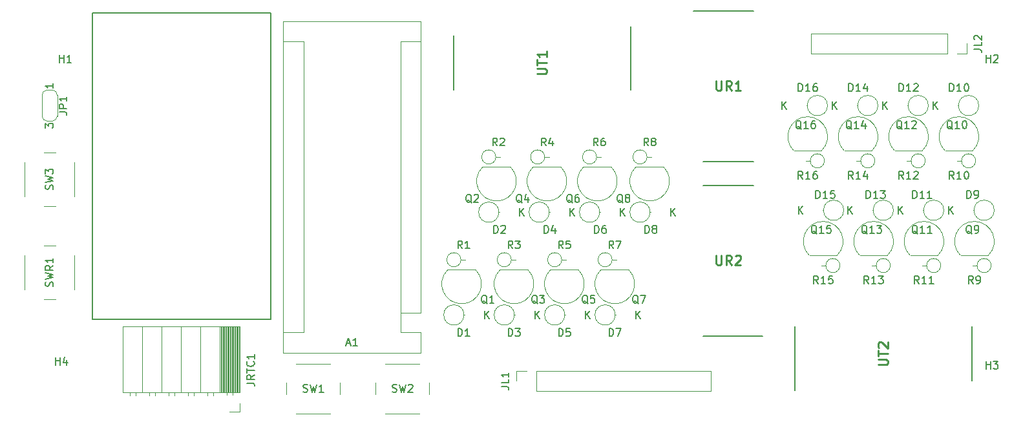
<source format=gto>
G04 #@! TF.GenerationSoftware,KiCad,Pcbnew,(6.0.2)*
G04 #@! TF.CreationDate,2022-06-24T18:07:30+02:00*
G04 #@! TF.ProjectId,divergence_meter_logic,64697665-7267-4656-9e63-655f6d657465,rev?*
G04 #@! TF.SameCoordinates,Original*
G04 #@! TF.FileFunction,Legend,Top*
G04 #@! TF.FilePolarity,Positive*
%FSLAX46Y46*%
G04 Gerber Fmt 4.6, Leading zero omitted, Abs format (unit mm)*
G04 Created by KiCad (PCBNEW (6.0.2)) date 2022-06-24 18:07:30*
%MOMM*%
%LPD*%
G01*
G04 APERTURE LIST*
G04 Aperture macros list*
%AMFreePoly0*
4,1,22,0.550000,-0.750000,0.000000,-0.750000,0.000000,-0.745033,-0.079941,-0.743568,-0.215256,-0.701293,-0.333266,-0.622738,-0.424486,-0.514219,-0.481581,-0.384460,-0.499164,-0.250000,-0.500000,-0.250000,-0.500000,0.250000,-0.499164,0.250000,-0.499963,0.256109,-0.478152,0.396186,-0.417904,0.524511,-0.324060,0.630769,-0.204165,0.706417,-0.067858,0.745374,0.000000,0.744959,0.000000,0.750000,
0.550000,0.750000,0.550000,-0.750000,0.550000,-0.750000,$1*%
%AMFreePoly1*
4,1,20,0.000000,0.744959,0.073905,0.744508,0.209726,0.703889,0.328688,0.626782,0.421226,0.519385,0.479903,0.390333,0.500000,0.250000,0.500000,-0.250000,0.499851,-0.262216,0.476331,-0.402017,0.414519,-0.529596,0.319384,-0.634700,0.198574,-0.708877,0.061801,-0.746166,0.000000,-0.745033,0.000000,-0.750000,-0.550000,-0.750000,-0.550000,0.750000,0.000000,0.750000,0.000000,0.744959,
0.000000,0.744959,$1*%
G04 Aperture macros list end*
%ADD10C,0.150000*%
%ADD11C,0.254000*%
%ADD12C,0.120000*%
%ADD13C,0.200000*%
%ADD14R,1.130000X1.130000*%
%ADD15C,1.130000*%
%ADD16R,1.060000X1.060000*%
%ADD17C,1.060000*%
%ADD18R,1.600000X1.600000*%
%ADD19O,1.600000X1.600000*%
%ADD20C,2.000000*%
%ADD21C,0.800000*%
%ADD22C,7.000000*%
%ADD23C,1.400000*%
%ADD24O,1.400000X1.400000*%
%ADD25R,1.050000X1.500000*%
%ADD26O,1.050000X1.500000*%
%ADD27FreePoly0,270.000000*%
%ADD28R,1.500000X1.000000*%
%ADD29FreePoly1,270.000000*%
%ADD30R,1.700000X1.700000*%
%ADD31O,1.700000X1.700000*%
G04 APERTURE END LIST*
D10*
X99568000Y-101164000D02*
X122936000Y-101164000D01*
X122936000Y-101164000D02*
X122936000Y-61032000D01*
X122936000Y-61032000D02*
X99568000Y-61032000D01*
X99568000Y-61032000D02*
X99568000Y-101164000D01*
X167282904Y-103362751D02*
X167282904Y-102362751D01*
X167521000Y-102362751D01*
X167663857Y-102410371D01*
X167759095Y-102505609D01*
X167806714Y-102600847D01*
X167854333Y-102791323D01*
X167854333Y-102934180D01*
X167806714Y-103124656D01*
X167759095Y-103219894D01*
X167663857Y-103315132D01*
X167521000Y-103362751D01*
X167282904Y-103362751D01*
X168187666Y-102362751D02*
X168854333Y-102362751D01*
X168425761Y-103362751D01*
X170829095Y-101036380D02*
X170829095Y-100036380D01*
X171400523Y-101036380D02*
X170971952Y-100464952D01*
X171400523Y-100036380D02*
X170829095Y-100607809D01*
X158773904Y-89860380D02*
X158773904Y-88860380D01*
X159012000Y-88860380D01*
X159154857Y-88908000D01*
X159250095Y-89003238D01*
X159297714Y-89098476D01*
X159345333Y-89288952D01*
X159345333Y-89431809D01*
X159297714Y-89622285D01*
X159250095Y-89717523D01*
X159154857Y-89812761D01*
X159012000Y-89860380D01*
X158773904Y-89860380D01*
X160202476Y-89193714D02*
X160202476Y-89860380D01*
X159964380Y-88812761D02*
X159726285Y-89527047D01*
X160345333Y-89527047D01*
X162193095Y-87574380D02*
X162193095Y-86574380D01*
X162764523Y-87574380D02*
X162335952Y-87002952D01*
X162764523Y-86574380D02*
X162193095Y-87145809D01*
D11*
X181277380Y-69916523D02*
X181277380Y-70944619D01*
X181337857Y-71065571D01*
X181398333Y-71126047D01*
X181519285Y-71186523D01*
X181761190Y-71186523D01*
X181882142Y-71126047D01*
X181942619Y-71065571D01*
X182003095Y-70944619D01*
X182003095Y-69916523D01*
X183333571Y-71186523D02*
X182910238Y-70581761D01*
X182607857Y-71186523D02*
X182607857Y-69916523D01*
X183091666Y-69916523D01*
X183212619Y-69977000D01*
X183273095Y-70037476D01*
X183333571Y-70158428D01*
X183333571Y-70339857D01*
X183273095Y-70460809D01*
X183212619Y-70521285D01*
X183091666Y-70581761D01*
X182607857Y-70581761D01*
X184543095Y-71186523D02*
X183817380Y-71186523D01*
X184180238Y-71186523D02*
X184180238Y-69916523D01*
X184059285Y-70097952D01*
X183938333Y-70218904D01*
X183817380Y-70279380D01*
D10*
X207065714Y-85288380D02*
X207065714Y-84288380D01*
X207303809Y-84288380D01*
X207446666Y-84336000D01*
X207541904Y-84431238D01*
X207589523Y-84526476D01*
X207637142Y-84716952D01*
X207637142Y-84859809D01*
X207589523Y-85050285D01*
X207541904Y-85145523D01*
X207446666Y-85240761D01*
X207303809Y-85288380D01*
X207065714Y-85288380D01*
X208589523Y-85288380D02*
X208018095Y-85288380D01*
X208303809Y-85288380D02*
X208303809Y-84288380D01*
X208208571Y-84431238D01*
X208113333Y-84526476D01*
X208018095Y-84574095D01*
X209541904Y-85288380D02*
X208970476Y-85288380D01*
X209256190Y-85288380D02*
X209256190Y-84288380D01*
X209160952Y-84431238D01*
X209065714Y-84526476D01*
X208970476Y-84574095D01*
X205202095Y-87320380D02*
X205202095Y-86320380D01*
X205773523Y-87320380D02*
X205344952Y-86748952D01*
X205773523Y-86320380D02*
X205202095Y-86891809D01*
X127190666Y-110640761D02*
X127333523Y-110688380D01*
X127571619Y-110688380D01*
X127666857Y-110640761D01*
X127714476Y-110593142D01*
X127762095Y-110497904D01*
X127762095Y-110402666D01*
X127714476Y-110307428D01*
X127666857Y-110259809D01*
X127571619Y-110212190D01*
X127381142Y-110164571D01*
X127285904Y-110116952D01*
X127238285Y-110069333D01*
X127190666Y-109974095D01*
X127190666Y-109878857D01*
X127238285Y-109783619D01*
X127285904Y-109736000D01*
X127381142Y-109688380D01*
X127619238Y-109688380D01*
X127762095Y-109736000D01*
X128095428Y-109688380D02*
X128333523Y-110688380D01*
X128524000Y-109974095D01*
X128714476Y-110688380D01*
X128952571Y-109688380D01*
X129857333Y-110688380D02*
X129285904Y-110688380D01*
X129571619Y-110688380D02*
X129571619Y-109688380D01*
X129476380Y-109831238D01*
X129381142Y-109926476D01*
X129285904Y-109974095D01*
X200969714Y-85288380D02*
X200969714Y-84288380D01*
X201207809Y-84288380D01*
X201350666Y-84336000D01*
X201445904Y-84431238D01*
X201493523Y-84526476D01*
X201541142Y-84716952D01*
X201541142Y-84859809D01*
X201493523Y-85050285D01*
X201445904Y-85145523D01*
X201350666Y-85240761D01*
X201207809Y-85288380D01*
X200969714Y-85288380D01*
X202493523Y-85288380D02*
X201922095Y-85288380D01*
X202207809Y-85288380D02*
X202207809Y-84288380D01*
X202112571Y-84431238D01*
X202017333Y-84526476D01*
X201922095Y-84574095D01*
X202826857Y-84288380D02*
X203445904Y-84288380D01*
X203112571Y-84669333D01*
X203255428Y-84669333D01*
X203350666Y-84716952D01*
X203398285Y-84764571D01*
X203445904Y-84859809D01*
X203445904Y-85097904D01*
X203398285Y-85193142D01*
X203350666Y-85240761D01*
X203255428Y-85288380D01*
X202969714Y-85288380D01*
X202874476Y-85240761D01*
X202826857Y-85193142D01*
X198598095Y-87320380D02*
X198598095Y-86320380D01*
X199169523Y-87320380D02*
X198740952Y-86748952D01*
X199169523Y-86320380D02*
X198598095Y-86891809D01*
X216662095Y-67508380D02*
X216662095Y-66508380D01*
X216662095Y-66984571D02*
X217233523Y-66984571D01*
X217233523Y-67508380D02*
X217233523Y-66508380D01*
X217662095Y-66603619D02*
X217709714Y-66556000D01*
X217804952Y-66508380D01*
X218043047Y-66508380D01*
X218138285Y-66556000D01*
X218185904Y-66603619D01*
X218233523Y-66698857D01*
X218233523Y-66794095D01*
X218185904Y-66936952D01*
X217614476Y-67508380D01*
X218233523Y-67508380D01*
X205859142Y-82763380D02*
X205525809Y-82287190D01*
X205287714Y-82763380D02*
X205287714Y-81763380D01*
X205668666Y-81763380D01*
X205763904Y-81811000D01*
X205811523Y-81858619D01*
X205859142Y-81953857D01*
X205859142Y-82096714D01*
X205811523Y-82191952D01*
X205763904Y-82239571D01*
X205668666Y-82287190D01*
X205287714Y-82287190D01*
X206811523Y-82763380D02*
X206240095Y-82763380D01*
X206525809Y-82763380D02*
X206525809Y-81763380D01*
X206430571Y-81906238D01*
X206335333Y-82001476D01*
X206240095Y-82049095D01*
X207192476Y-81858619D02*
X207240095Y-81811000D01*
X207335333Y-81763380D01*
X207573428Y-81763380D01*
X207668666Y-81811000D01*
X207716285Y-81858619D01*
X207763904Y-81953857D01*
X207763904Y-82049095D01*
X207716285Y-82191952D01*
X207144857Y-82763380D01*
X207763904Y-82763380D01*
X207891142Y-96479380D02*
X207557809Y-96003190D01*
X207319714Y-96479380D02*
X207319714Y-95479380D01*
X207700666Y-95479380D01*
X207795904Y-95527000D01*
X207843523Y-95574619D01*
X207891142Y-95669857D01*
X207891142Y-95812714D01*
X207843523Y-95907952D01*
X207795904Y-95955571D01*
X207700666Y-96003190D01*
X207319714Y-96003190D01*
X208843523Y-96479380D02*
X208272095Y-96479380D01*
X208557809Y-96479380D02*
X208557809Y-95479380D01*
X208462571Y-95622238D01*
X208367333Y-95717476D01*
X208272095Y-95765095D01*
X209795904Y-96479380D02*
X209224476Y-96479380D01*
X209510190Y-96479380D02*
X209510190Y-95479380D01*
X209414952Y-95622238D01*
X209319714Y-95717476D01*
X209224476Y-95765095D01*
D11*
X202504523Y-107115428D02*
X203532619Y-107115428D01*
X203653571Y-107054952D01*
X203714047Y-106994476D01*
X203774523Y-106873523D01*
X203774523Y-106631619D01*
X203714047Y-106510666D01*
X203653571Y-106450190D01*
X203532619Y-106389714D01*
X202504523Y-106389714D01*
X202504523Y-105966380D02*
X202504523Y-105240666D01*
X203774523Y-105603523D02*
X202504523Y-105603523D01*
X202625476Y-104877809D02*
X202565000Y-104817333D01*
X202504523Y-104696380D01*
X202504523Y-104394000D01*
X202565000Y-104273047D01*
X202625476Y-104212571D01*
X202746428Y-104152095D01*
X202867380Y-104152095D01*
X203048809Y-104212571D01*
X203774523Y-104938285D01*
X203774523Y-104152095D01*
D10*
X171981904Y-89860380D02*
X171981904Y-88860380D01*
X172220000Y-88860380D01*
X172362857Y-88908000D01*
X172458095Y-89003238D01*
X172505714Y-89098476D01*
X172553333Y-89288952D01*
X172553333Y-89431809D01*
X172505714Y-89622285D01*
X172458095Y-89717523D01*
X172362857Y-89812761D01*
X172220000Y-89860380D01*
X171981904Y-89860380D01*
X173124761Y-89288952D02*
X173029523Y-89241333D01*
X172981904Y-89193714D01*
X172934285Y-89098476D01*
X172934285Y-89050857D01*
X172981904Y-88955619D01*
X173029523Y-88908000D01*
X173124761Y-88860380D01*
X173315238Y-88860380D01*
X173410476Y-88908000D01*
X173458095Y-88955619D01*
X173505714Y-89050857D01*
X173505714Y-89098476D01*
X173458095Y-89193714D01*
X173410476Y-89241333D01*
X173315238Y-89288952D01*
X173124761Y-89288952D01*
X173029523Y-89336571D01*
X172981904Y-89384190D01*
X172934285Y-89479428D01*
X172934285Y-89669904D01*
X172981904Y-89765142D01*
X173029523Y-89812761D01*
X173124761Y-89860380D01*
X173315238Y-89860380D01*
X173410476Y-89812761D01*
X173458095Y-89765142D01*
X173505714Y-89669904D01*
X173505714Y-89479428D01*
X173458095Y-89384190D01*
X173410476Y-89336571D01*
X173315238Y-89288952D01*
X175401095Y-87574380D02*
X175401095Y-86574380D01*
X175972523Y-87574380D02*
X175543952Y-87002952D01*
X175972523Y-86574380D02*
X175401095Y-87145809D01*
X198683714Y-71278009D02*
X198683714Y-70278009D01*
X198921809Y-70278009D01*
X199064666Y-70325629D01*
X199159904Y-70420867D01*
X199207523Y-70516105D01*
X199255142Y-70706581D01*
X199255142Y-70849438D01*
X199207523Y-71039914D01*
X199159904Y-71135152D01*
X199064666Y-71230390D01*
X198921809Y-71278009D01*
X198683714Y-71278009D01*
X200207523Y-71278009D02*
X199636095Y-71278009D01*
X199921809Y-71278009D02*
X199921809Y-70278009D01*
X199826571Y-70420867D01*
X199731333Y-70516105D01*
X199636095Y-70563724D01*
X201064666Y-70611343D02*
X201064666Y-71278009D01*
X200826571Y-70230390D02*
X200588476Y-70944676D01*
X201207523Y-70944676D01*
X196566095Y-73604380D02*
X196566095Y-72604380D01*
X197137523Y-73604380D02*
X196708952Y-73032952D01*
X197137523Y-72604380D02*
X196566095Y-73175809D01*
X95250095Y-67508380D02*
X95250095Y-66508380D01*
X95250095Y-66984571D02*
X95821523Y-66984571D01*
X95821523Y-67508380D02*
X95821523Y-66508380D01*
X96821523Y-67508380D02*
X96250095Y-67508380D01*
X96535809Y-67508380D02*
X96535809Y-66508380D01*
X96440571Y-66651238D01*
X96345333Y-66746476D01*
X96250095Y-66794095D01*
X207708571Y-89955619D02*
X207613333Y-89908000D01*
X207518095Y-89812761D01*
X207375238Y-89669904D01*
X207280000Y-89622285D01*
X207184761Y-89622285D01*
X207232380Y-89860380D02*
X207137142Y-89812761D01*
X207041904Y-89717523D01*
X206994285Y-89527047D01*
X206994285Y-89193714D01*
X207041904Y-89003238D01*
X207137142Y-88908000D01*
X207232380Y-88860380D01*
X207422857Y-88860380D01*
X207518095Y-88908000D01*
X207613333Y-89003238D01*
X207660952Y-89193714D01*
X207660952Y-89527047D01*
X207613333Y-89717523D01*
X207518095Y-89812761D01*
X207422857Y-89860380D01*
X207232380Y-89860380D01*
X208613333Y-89860380D02*
X208041904Y-89860380D01*
X208327619Y-89860380D02*
X208327619Y-88860380D01*
X208232380Y-89003238D01*
X208137142Y-89098476D01*
X208041904Y-89146095D01*
X209565714Y-89860380D02*
X208994285Y-89860380D01*
X209280000Y-89860380D02*
X209280000Y-88860380D01*
X209184761Y-89003238D01*
X209089523Y-89098476D01*
X208994285Y-89146095D01*
X169068761Y-85891619D02*
X168973523Y-85844000D01*
X168878285Y-85748761D01*
X168735428Y-85605904D01*
X168640190Y-85558285D01*
X168544952Y-85558285D01*
X168592571Y-85796380D02*
X168497333Y-85748761D01*
X168402095Y-85653523D01*
X168354476Y-85463047D01*
X168354476Y-85129714D01*
X168402095Y-84939238D01*
X168497333Y-84844000D01*
X168592571Y-84796380D01*
X168783047Y-84796380D01*
X168878285Y-84844000D01*
X168973523Y-84939238D01*
X169021142Y-85129714D01*
X169021142Y-85463047D01*
X168973523Y-85653523D01*
X168878285Y-85748761D01*
X168783047Y-85796380D01*
X168592571Y-85796380D01*
X169592571Y-85224952D02*
X169497333Y-85177333D01*
X169449714Y-85129714D01*
X169402095Y-85034476D01*
X169402095Y-84986857D01*
X169449714Y-84891619D01*
X169497333Y-84844000D01*
X169592571Y-84796380D01*
X169783047Y-84796380D01*
X169878285Y-84844000D01*
X169925904Y-84891619D01*
X169973523Y-84986857D01*
X169973523Y-85034476D01*
X169925904Y-85129714D01*
X169878285Y-85177333D01*
X169783047Y-85224952D01*
X169592571Y-85224952D01*
X169497333Y-85272571D01*
X169449714Y-85320190D01*
X169402095Y-85415428D01*
X169402095Y-85605904D01*
X169449714Y-85701142D01*
X169497333Y-85748761D01*
X169592571Y-85796380D01*
X169783047Y-85796380D01*
X169878285Y-85748761D01*
X169925904Y-85701142D01*
X169973523Y-85605904D01*
X169973523Y-85415428D01*
X169925904Y-85320190D01*
X169878285Y-85272571D01*
X169783047Y-85224952D01*
X194500571Y-89955619D02*
X194405333Y-89908000D01*
X194310095Y-89812761D01*
X194167238Y-89669904D01*
X194072000Y-89622285D01*
X193976761Y-89622285D01*
X194024380Y-89860380D02*
X193929142Y-89812761D01*
X193833904Y-89717523D01*
X193786285Y-89527047D01*
X193786285Y-89193714D01*
X193833904Y-89003238D01*
X193929142Y-88908000D01*
X194024380Y-88860380D01*
X194214857Y-88860380D01*
X194310095Y-88908000D01*
X194405333Y-89003238D01*
X194452952Y-89193714D01*
X194452952Y-89527047D01*
X194405333Y-89717523D01*
X194310095Y-89812761D01*
X194214857Y-89860380D01*
X194024380Y-89860380D01*
X195405333Y-89860380D02*
X194833904Y-89860380D01*
X195119619Y-89860380D02*
X195119619Y-88860380D01*
X195024380Y-89003238D01*
X194929142Y-89098476D01*
X194833904Y-89146095D01*
X196310095Y-88860380D02*
X195833904Y-88860380D01*
X195786285Y-89336571D01*
X195833904Y-89288952D01*
X195929142Y-89241333D01*
X196167238Y-89241333D01*
X196262476Y-89288952D01*
X196310095Y-89336571D01*
X196357714Y-89431809D01*
X196357714Y-89669904D01*
X196310095Y-89765142D01*
X196262476Y-89812761D01*
X196167238Y-89860380D01*
X195929142Y-89860380D01*
X195833904Y-89812761D01*
X195786285Y-89765142D01*
X167854333Y-91877380D02*
X167521000Y-91401190D01*
X167282904Y-91877380D02*
X167282904Y-90877380D01*
X167663857Y-90877380D01*
X167759095Y-90925000D01*
X167806714Y-90972619D01*
X167854333Y-91067857D01*
X167854333Y-91210714D01*
X167806714Y-91305952D01*
X167759095Y-91353571D01*
X167663857Y-91401190D01*
X167282904Y-91401190D01*
X168187666Y-90877380D02*
X168854333Y-90877380D01*
X168425761Y-91877380D01*
X151288761Y-99099619D02*
X151193523Y-99052000D01*
X151098285Y-98956761D01*
X150955428Y-98813904D01*
X150860190Y-98766285D01*
X150764952Y-98766285D01*
X150812571Y-99004380D02*
X150717333Y-98956761D01*
X150622095Y-98861523D01*
X150574476Y-98671047D01*
X150574476Y-98337714D01*
X150622095Y-98147238D01*
X150717333Y-98052000D01*
X150812571Y-98004380D01*
X151003047Y-98004380D01*
X151098285Y-98052000D01*
X151193523Y-98147238D01*
X151241142Y-98337714D01*
X151241142Y-98671047D01*
X151193523Y-98861523D01*
X151098285Y-98956761D01*
X151003047Y-99004380D01*
X150812571Y-99004380D01*
X152193523Y-99004380D02*
X151622095Y-99004380D01*
X151907809Y-99004380D02*
X151907809Y-98004380D01*
X151812571Y-98147238D01*
X151717333Y-98242476D01*
X151622095Y-98290095D01*
D11*
X181277380Y-92776523D02*
X181277380Y-93804619D01*
X181337857Y-93925571D01*
X181398333Y-93986047D01*
X181519285Y-94046523D01*
X181761190Y-94046523D01*
X181882142Y-93986047D01*
X181942619Y-93925571D01*
X182003095Y-93804619D01*
X182003095Y-92776523D01*
X183333571Y-94046523D02*
X182910238Y-93441761D01*
X182607857Y-94046523D02*
X182607857Y-92776523D01*
X183091666Y-92776523D01*
X183212619Y-92837000D01*
X183273095Y-92897476D01*
X183333571Y-93018428D01*
X183333571Y-93199857D01*
X183273095Y-93320809D01*
X183212619Y-93381285D01*
X183091666Y-93441761D01*
X182607857Y-93441761D01*
X183817380Y-92897476D02*
X183877857Y-92837000D01*
X183998809Y-92776523D01*
X184301190Y-92776523D01*
X184422142Y-92837000D01*
X184482619Y-92897476D01*
X184543095Y-93018428D01*
X184543095Y-93139380D01*
X184482619Y-93320809D01*
X183756904Y-94046523D01*
X184543095Y-94046523D01*
D10*
X212280571Y-76239619D02*
X212185333Y-76192000D01*
X212090095Y-76096761D01*
X211947238Y-75953904D01*
X211852000Y-75906285D01*
X211756761Y-75906285D01*
X211804380Y-76144380D02*
X211709142Y-76096761D01*
X211613904Y-76001523D01*
X211566285Y-75811047D01*
X211566285Y-75477714D01*
X211613904Y-75287238D01*
X211709142Y-75192000D01*
X211804380Y-75144380D01*
X211994857Y-75144380D01*
X212090095Y-75192000D01*
X212185333Y-75287238D01*
X212232952Y-75477714D01*
X212232952Y-75811047D01*
X212185333Y-76001523D01*
X212090095Y-76096761D01*
X211994857Y-76144380D01*
X211804380Y-76144380D01*
X213185333Y-76144380D02*
X212613904Y-76144380D01*
X212899619Y-76144380D02*
X212899619Y-75144380D01*
X212804380Y-75287238D01*
X212709142Y-75382476D01*
X212613904Y-75430095D01*
X213804380Y-75144380D02*
X213899619Y-75144380D01*
X213994857Y-75192000D01*
X214042476Y-75239619D01*
X214090095Y-75334857D01*
X214137714Y-75525333D01*
X214137714Y-75763428D01*
X214090095Y-75953904D01*
X214042476Y-76049142D01*
X213994857Y-76096761D01*
X213899619Y-76144380D01*
X213804380Y-76144380D01*
X213709142Y-76096761D01*
X213661523Y-76049142D01*
X213613904Y-75953904D01*
X213566285Y-75763428D01*
X213566285Y-75525333D01*
X213613904Y-75334857D01*
X213661523Y-75239619D01*
X213709142Y-75192000D01*
X213804380Y-75144380D01*
X162464761Y-85891619D02*
X162369523Y-85844000D01*
X162274285Y-85748761D01*
X162131428Y-85605904D01*
X162036190Y-85558285D01*
X161940952Y-85558285D01*
X161988571Y-85796380D02*
X161893333Y-85748761D01*
X161798095Y-85653523D01*
X161750476Y-85463047D01*
X161750476Y-85129714D01*
X161798095Y-84939238D01*
X161893333Y-84844000D01*
X161988571Y-84796380D01*
X162179047Y-84796380D01*
X162274285Y-84844000D01*
X162369523Y-84939238D01*
X162417142Y-85129714D01*
X162417142Y-85463047D01*
X162369523Y-85653523D01*
X162274285Y-85748761D01*
X162179047Y-85796380D01*
X161988571Y-85796380D01*
X163274285Y-84796380D02*
X163083809Y-84796380D01*
X162988571Y-84844000D01*
X162940952Y-84891619D01*
X162845714Y-85034476D01*
X162798095Y-85224952D01*
X162798095Y-85605904D01*
X162845714Y-85701142D01*
X162893333Y-85748761D01*
X162988571Y-85796380D01*
X163179047Y-85796380D01*
X163274285Y-85748761D01*
X163321904Y-85701142D01*
X163369523Y-85605904D01*
X163369523Y-85367809D01*
X163321904Y-85272571D01*
X163274285Y-85224952D01*
X163179047Y-85177333D01*
X162988571Y-85177333D01*
X162893333Y-85224952D01*
X162845714Y-85272571D01*
X162798095Y-85367809D01*
X159014333Y-78415380D02*
X158681000Y-77939190D01*
X158442904Y-78415380D02*
X158442904Y-77415380D01*
X158823857Y-77415380D01*
X158919095Y-77463000D01*
X158966714Y-77510619D01*
X159014333Y-77605857D01*
X159014333Y-77748714D01*
X158966714Y-77843952D01*
X158919095Y-77891571D01*
X158823857Y-77939190D01*
X158442904Y-77939190D01*
X159871476Y-77748714D02*
X159871476Y-78415380D01*
X159633380Y-77367761D02*
X159395285Y-78082047D01*
X160014333Y-78082047D01*
X164496761Y-99099619D02*
X164401523Y-99052000D01*
X164306285Y-98956761D01*
X164163428Y-98813904D01*
X164068190Y-98766285D01*
X163972952Y-98766285D01*
X164020571Y-99004380D02*
X163925333Y-98956761D01*
X163830095Y-98861523D01*
X163782476Y-98671047D01*
X163782476Y-98337714D01*
X163830095Y-98147238D01*
X163925333Y-98052000D01*
X164020571Y-98004380D01*
X164211047Y-98004380D01*
X164306285Y-98052000D01*
X164401523Y-98147238D01*
X164449142Y-98337714D01*
X164449142Y-98671047D01*
X164401523Y-98861523D01*
X164306285Y-98956761D01*
X164211047Y-99004380D01*
X164020571Y-99004380D01*
X165353904Y-98004380D02*
X164877714Y-98004380D01*
X164830095Y-98480571D01*
X164877714Y-98432952D01*
X164972952Y-98385333D01*
X165211047Y-98385333D01*
X165306285Y-98432952D01*
X165353904Y-98480571D01*
X165401523Y-98575809D01*
X165401523Y-98813904D01*
X165353904Y-98909142D01*
X165306285Y-98956761D01*
X165211047Y-99004380D01*
X164972952Y-99004380D01*
X164877714Y-98956761D01*
X164830095Y-98909142D01*
X201104571Y-89955619D02*
X201009333Y-89908000D01*
X200914095Y-89812761D01*
X200771238Y-89669904D01*
X200676000Y-89622285D01*
X200580761Y-89622285D01*
X200628380Y-89860380D02*
X200533142Y-89812761D01*
X200437904Y-89717523D01*
X200390285Y-89527047D01*
X200390285Y-89193714D01*
X200437904Y-89003238D01*
X200533142Y-88908000D01*
X200628380Y-88860380D01*
X200818857Y-88860380D01*
X200914095Y-88908000D01*
X201009333Y-89003238D01*
X201056952Y-89193714D01*
X201056952Y-89527047D01*
X201009333Y-89717523D01*
X200914095Y-89812761D01*
X200818857Y-89860380D01*
X200628380Y-89860380D01*
X202009333Y-89860380D02*
X201437904Y-89860380D01*
X201723619Y-89860380D02*
X201723619Y-88860380D01*
X201628380Y-89003238D01*
X201533142Y-89098476D01*
X201437904Y-89146095D01*
X202342666Y-88860380D02*
X202961714Y-88860380D01*
X202628380Y-89241333D01*
X202771238Y-89241333D01*
X202866476Y-89288952D01*
X202914095Y-89336571D01*
X202961714Y-89431809D01*
X202961714Y-89669904D01*
X202914095Y-89765142D01*
X202866476Y-89812761D01*
X202771238Y-89860380D01*
X202485523Y-89860380D01*
X202390285Y-89812761D01*
X202342666Y-89765142D01*
X201287142Y-96479380D02*
X200953809Y-96003190D01*
X200715714Y-96479380D02*
X200715714Y-95479380D01*
X201096666Y-95479380D01*
X201191904Y-95527000D01*
X201239523Y-95574619D01*
X201287142Y-95669857D01*
X201287142Y-95812714D01*
X201239523Y-95907952D01*
X201191904Y-95955571D01*
X201096666Y-96003190D01*
X200715714Y-96003190D01*
X202239523Y-96479380D02*
X201668095Y-96479380D01*
X201953809Y-96479380D02*
X201953809Y-95479380D01*
X201858571Y-95622238D01*
X201763333Y-95717476D01*
X201668095Y-95765095D01*
X202572857Y-95479380D02*
X203191904Y-95479380D01*
X202858571Y-95860333D01*
X203001428Y-95860333D01*
X203096666Y-95907952D01*
X203144285Y-95955571D01*
X203191904Y-96050809D01*
X203191904Y-96288904D01*
X203144285Y-96384142D01*
X203096666Y-96431761D01*
X203001428Y-96479380D01*
X202715714Y-96479380D01*
X202620476Y-96431761D01*
X202572857Y-96384142D01*
X138874666Y-110640761D02*
X139017523Y-110688380D01*
X139255619Y-110688380D01*
X139350857Y-110640761D01*
X139398476Y-110593142D01*
X139446095Y-110497904D01*
X139446095Y-110402666D01*
X139398476Y-110307428D01*
X139350857Y-110259809D01*
X139255619Y-110212190D01*
X139065142Y-110164571D01*
X138969904Y-110116952D01*
X138922285Y-110069333D01*
X138874666Y-109974095D01*
X138874666Y-109878857D01*
X138922285Y-109783619D01*
X138969904Y-109736000D01*
X139065142Y-109688380D01*
X139303238Y-109688380D01*
X139446095Y-109736000D01*
X139779428Y-109688380D02*
X140017523Y-110688380D01*
X140208000Y-109974095D01*
X140398476Y-110688380D01*
X140636571Y-109688380D01*
X140969904Y-109783619D02*
X141017523Y-109736000D01*
X141112761Y-109688380D01*
X141350857Y-109688380D01*
X141446095Y-109736000D01*
X141493714Y-109783619D01*
X141541333Y-109878857D01*
X141541333Y-109974095D01*
X141493714Y-110116952D01*
X140922285Y-110688380D01*
X141541333Y-110688380D01*
X214145904Y-85288380D02*
X214145904Y-84288380D01*
X214384000Y-84288380D01*
X214526857Y-84336000D01*
X214622095Y-84431238D01*
X214669714Y-84526476D01*
X214717333Y-84716952D01*
X214717333Y-84859809D01*
X214669714Y-85050285D01*
X214622095Y-85145523D01*
X214526857Y-85240761D01*
X214384000Y-85288380D01*
X214145904Y-85288380D01*
X215193523Y-85288380D02*
X215384000Y-85288380D01*
X215479238Y-85240761D01*
X215526857Y-85193142D01*
X215622095Y-85050285D01*
X215669714Y-84859809D01*
X215669714Y-84478857D01*
X215622095Y-84383619D01*
X215574476Y-84336000D01*
X215479238Y-84288380D01*
X215288761Y-84288380D01*
X215193523Y-84336000D01*
X215145904Y-84383619D01*
X215098285Y-84478857D01*
X215098285Y-84716952D01*
X215145904Y-84812190D01*
X215193523Y-84859809D01*
X215288761Y-84907428D01*
X215479238Y-84907428D01*
X215574476Y-84859809D01*
X215622095Y-84812190D01*
X215669714Y-84716952D01*
X211806095Y-87320380D02*
X211806095Y-86320380D01*
X212377523Y-87320380D02*
X211948952Y-86748952D01*
X212377523Y-86320380D02*
X211806095Y-86891809D01*
X155860761Y-85891619D02*
X155765523Y-85844000D01*
X155670285Y-85748761D01*
X155527428Y-85605904D01*
X155432190Y-85558285D01*
X155336952Y-85558285D01*
X155384571Y-85796380D02*
X155289333Y-85748761D01*
X155194095Y-85653523D01*
X155146476Y-85463047D01*
X155146476Y-85129714D01*
X155194095Y-84939238D01*
X155289333Y-84844000D01*
X155384571Y-84796380D01*
X155575047Y-84796380D01*
X155670285Y-84844000D01*
X155765523Y-84939238D01*
X155813142Y-85129714D01*
X155813142Y-85463047D01*
X155765523Y-85653523D01*
X155670285Y-85748761D01*
X155575047Y-85796380D01*
X155384571Y-85796380D01*
X156670285Y-85129714D02*
X156670285Y-85796380D01*
X156432190Y-84748761D02*
X156194095Y-85463047D01*
X156813142Y-85463047D01*
X149256761Y-85891619D02*
X149161523Y-85844000D01*
X149066285Y-85748761D01*
X148923428Y-85605904D01*
X148828190Y-85558285D01*
X148732952Y-85558285D01*
X148780571Y-85796380D02*
X148685333Y-85748761D01*
X148590095Y-85653523D01*
X148542476Y-85463047D01*
X148542476Y-85129714D01*
X148590095Y-84939238D01*
X148685333Y-84844000D01*
X148780571Y-84796380D01*
X148971047Y-84796380D01*
X149066285Y-84844000D01*
X149161523Y-84939238D01*
X149209142Y-85129714D01*
X149209142Y-85463047D01*
X149161523Y-85653523D01*
X149066285Y-85748761D01*
X148971047Y-85796380D01*
X148780571Y-85796380D01*
X149590095Y-84891619D02*
X149637714Y-84844000D01*
X149732952Y-84796380D01*
X149971047Y-84796380D01*
X150066285Y-84844000D01*
X150113904Y-84891619D01*
X150161523Y-84986857D01*
X150161523Y-85082095D01*
X150113904Y-85224952D01*
X149542476Y-85796380D01*
X150161523Y-85796380D01*
X205676571Y-76239619D02*
X205581333Y-76192000D01*
X205486095Y-76096761D01*
X205343238Y-75953904D01*
X205248000Y-75906285D01*
X205152761Y-75906285D01*
X205200380Y-76144380D02*
X205105142Y-76096761D01*
X205009904Y-76001523D01*
X204962285Y-75811047D01*
X204962285Y-75477714D01*
X205009904Y-75287238D01*
X205105142Y-75192000D01*
X205200380Y-75144380D01*
X205390857Y-75144380D01*
X205486095Y-75192000D01*
X205581333Y-75287238D01*
X205628952Y-75477714D01*
X205628952Y-75811047D01*
X205581333Y-76001523D01*
X205486095Y-76096761D01*
X205390857Y-76144380D01*
X205200380Y-76144380D01*
X206581333Y-76144380D02*
X206009904Y-76144380D01*
X206295619Y-76144380D02*
X206295619Y-75144380D01*
X206200380Y-75287238D01*
X206105142Y-75382476D01*
X206009904Y-75430095D01*
X206962285Y-75239619D02*
X207009904Y-75192000D01*
X207105142Y-75144380D01*
X207343238Y-75144380D01*
X207438476Y-75192000D01*
X207486095Y-75239619D01*
X207533714Y-75334857D01*
X207533714Y-75430095D01*
X207486095Y-75572952D01*
X206914666Y-76144380D01*
X207533714Y-76144380D01*
X212463142Y-82763380D02*
X212129809Y-82287190D01*
X211891714Y-82763380D02*
X211891714Y-81763380D01*
X212272666Y-81763380D01*
X212367904Y-81811000D01*
X212415523Y-81858619D01*
X212463142Y-81953857D01*
X212463142Y-82096714D01*
X212415523Y-82191952D01*
X212367904Y-82239571D01*
X212272666Y-82287190D01*
X211891714Y-82287190D01*
X213415523Y-82763380D02*
X212844095Y-82763380D01*
X213129809Y-82763380D02*
X213129809Y-81763380D01*
X213034571Y-81906238D01*
X212939333Y-82001476D01*
X212844095Y-82049095D01*
X214034571Y-81763380D02*
X214129809Y-81763380D01*
X214225047Y-81811000D01*
X214272666Y-81858619D01*
X214320285Y-81953857D01*
X214367904Y-82144333D01*
X214367904Y-82382428D01*
X214320285Y-82572904D01*
X214272666Y-82668142D01*
X214225047Y-82715761D01*
X214129809Y-82763380D01*
X214034571Y-82763380D01*
X213939333Y-82715761D01*
X213891714Y-82668142D01*
X213844095Y-82572904D01*
X213796476Y-82382428D01*
X213796476Y-82144333D01*
X213844095Y-81953857D01*
X213891714Y-81858619D01*
X213939333Y-81811000D01*
X214034571Y-81763380D01*
X94384761Y-96829333D02*
X94432380Y-96686476D01*
X94432380Y-96448380D01*
X94384761Y-96353142D01*
X94337142Y-96305523D01*
X94241904Y-96257904D01*
X94146666Y-96257904D01*
X94051428Y-96305523D01*
X94003809Y-96353142D01*
X93956190Y-96448380D01*
X93908571Y-96638857D01*
X93860952Y-96734095D01*
X93813333Y-96781714D01*
X93718095Y-96829333D01*
X93622857Y-96829333D01*
X93527619Y-96781714D01*
X93480000Y-96734095D01*
X93432380Y-96638857D01*
X93432380Y-96400761D01*
X93480000Y-96257904D01*
X93432380Y-95924571D02*
X94432380Y-95686476D01*
X93718095Y-95496000D01*
X94432380Y-95305523D01*
X93432380Y-95067428D01*
X94432380Y-94115047D02*
X93956190Y-94448380D01*
X94432380Y-94686476D02*
X93432380Y-94686476D01*
X93432380Y-94305523D01*
X93480000Y-94210285D01*
X93527619Y-94162666D01*
X93622857Y-94115047D01*
X93765714Y-94115047D01*
X93860952Y-94162666D01*
X93908571Y-94210285D01*
X93956190Y-94305523D01*
X93956190Y-94686476D01*
X94432380Y-93162666D02*
X94432380Y-93734095D01*
X94432380Y-93448380D02*
X93432380Y-93448380D01*
X93575238Y-93543619D01*
X93670476Y-93638857D01*
X93718095Y-93734095D01*
X171100761Y-99099619D02*
X171005523Y-99052000D01*
X170910285Y-98956761D01*
X170767428Y-98813904D01*
X170672190Y-98766285D01*
X170576952Y-98766285D01*
X170624571Y-99004380D02*
X170529333Y-98956761D01*
X170434095Y-98861523D01*
X170386476Y-98671047D01*
X170386476Y-98337714D01*
X170434095Y-98147238D01*
X170529333Y-98052000D01*
X170624571Y-98004380D01*
X170815047Y-98004380D01*
X170910285Y-98052000D01*
X171005523Y-98147238D01*
X171053142Y-98337714D01*
X171053142Y-98671047D01*
X171005523Y-98861523D01*
X170910285Y-98956761D01*
X170815047Y-99004380D01*
X170624571Y-99004380D01*
X171386476Y-98004380D02*
X172053142Y-98004380D01*
X171624571Y-99004380D01*
D11*
X157800523Y-69015428D02*
X158828619Y-69015428D01*
X158949571Y-68954952D01*
X159010047Y-68894476D01*
X159070523Y-68773523D01*
X159070523Y-68531619D01*
X159010047Y-68410666D01*
X158949571Y-68350190D01*
X158828619Y-68289714D01*
X157800523Y-68289714D01*
X157800523Y-67866380D02*
X157800523Y-67140666D01*
X159070523Y-67503523D02*
X157800523Y-67503523D01*
X159070523Y-66052095D02*
X159070523Y-66777809D01*
X159070523Y-66414952D02*
X157800523Y-66414952D01*
X157981952Y-66535904D01*
X158102904Y-66656857D01*
X158163380Y-66777809D01*
D10*
X147470904Y-103362751D02*
X147470904Y-102362751D01*
X147709000Y-102362751D01*
X147851857Y-102410371D01*
X147947095Y-102505609D01*
X147994714Y-102600847D01*
X148042333Y-102791323D01*
X148042333Y-102934180D01*
X147994714Y-103124656D01*
X147947095Y-103219894D01*
X147851857Y-103315132D01*
X147709000Y-103362751D01*
X147470904Y-103362751D01*
X148994714Y-103362751D02*
X148423285Y-103362751D01*
X148709000Y-103362751D02*
X148709000Y-102362751D01*
X148613761Y-102505609D01*
X148518523Y-102600847D01*
X148423285Y-102648466D01*
X151017095Y-101036380D02*
X151017095Y-100036380D01*
X151588523Y-101036380D02*
X151159952Y-100464952D01*
X151588523Y-100036380D02*
X151017095Y-100607809D01*
X199072571Y-76239619D02*
X198977333Y-76192000D01*
X198882095Y-76096761D01*
X198739238Y-75953904D01*
X198644000Y-75906285D01*
X198548761Y-75906285D01*
X198596380Y-76144380D02*
X198501142Y-76096761D01*
X198405904Y-76001523D01*
X198358285Y-75811047D01*
X198358285Y-75477714D01*
X198405904Y-75287238D01*
X198501142Y-75192000D01*
X198596380Y-75144380D01*
X198786857Y-75144380D01*
X198882095Y-75192000D01*
X198977333Y-75287238D01*
X199024952Y-75477714D01*
X199024952Y-75811047D01*
X198977333Y-76001523D01*
X198882095Y-76096761D01*
X198786857Y-76144380D01*
X198596380Y-76144380D01*
X199977333Y-76144380D02*
X199405904Y-76144380D01*
X199691619Y-76144380D02*
X199691619Y-75144380D01*
X199596380Y-75287238D01*
X199501142Y-75382476D01*
X199405904Y-75430095D01*
X200834476Y-75477714D02*
X200834476Y-76144380D01*
X200596380Y-75096761D02*
X200358285Y-75811047D01*
X200977333Y-75811047D01*
X95232380Y-73985333D02*
X95946666Y-73985333D01*
X96089523Y-74032952D01*
X96184761Y-74128190D01*
X96232380Y-74271047D01*
X96232380Y-74366285D01*
X96232380Y-73509142D02*
X95232380Y-73509142D01*
X95232380Y-73128190D01*
X95280000Y-73032952D01*
X95327619Y-72985333D01*
X95422857Y-72937714D01*
X95565714Y-72937714D01*
X95660952Y-72985333D01*
X95708571Y-73032952D01*
X95756190Y-73128190D01*
X95756190Y-73509142D01*
X96232380Y-71985333D02*
X96232380Y-72556761D01*
X96232380Y-72271047D02*
X95232380Y-72271047D01*
X95375238Y-72366285D01*
X95470476Y-72461523D01*
X95518095Y-72556761D01*
X94432380Y-70266285D02*
X94432380Y-70837714D01*
X94432380Y-70552000D02*
X93432380Y-70552000D01*
X93575238Y-70647238D01*
X93670476Y-70742476D01*
X93718095Y-70837714D01*
X93432380Y-76085333D02*
X93432380Y-75466285D01*
X93813333Y-75799619D01*
X93813333Y-75656761D01*
X93860952Y-75561523D01*
X93908571Y-75513904D01*
X94003809Y-75466285D01*
X94241904Y-75466285D01*
X94337142Y-75513904D01*
X94384761Y-75561523D01*
X94432380Y-75656761D01*
X94432380Y-75942476D01*
X94384761Y-76037714D01*
X94337142Y-76085333D01*
X192079714Y-71278009D02*
X192079714Y-70278009D01*
X192317809Y-70278009D01*
X192460666Y-70325629D01*
X192555904Y-70420867D01*
X192603523Y-70516105D01*
X192651142Y-70706581D01*
X192651142Y-70849438D01*
X192603523Y-71039914D01*
X192555904Y-71135152D01*
X192460666Y-71230390D01*
X192317809Y-71278009D01*
X192079714Y-71278009D01*
X193603523Y-71278009D02*
X193032095Y-71278009D01*
X193317809Y-71278009D02*
X193317809Y-70278009D01*
X193222571Y-70420867D01*
X193127333Y-70516105D01*
X193032095Y-70563724D01*
X194460666Y-70278009D02*
X194270190Y-70278009D01*
X194174952Y-70325629D01*
X194127333Y-70373248D01*
X194032095Y-70516105D01*
X193984476Y-70706581D01*
X193984476Y-71087533D01*
X194032095Y-71182771D01*
X194079714Y-71230390D01*
X194174952Y-71278009D01*
X194365428Y-71278009D01*
X194460666Y-71230390D01*
X194508285Y-71182771D01*
X194555904Y-71087533D01*
X194555904Y-70849438D01*
X194508285Y-70754200D01*
X194460666Y-70706581D01*
X194365428Y-70658962D01*
X194174952Y-70658962D01*
X194079714Y-70706581D01*
X194032095Y-70754200D01*
X193984476Y-70849438D01*
X189962095Y-73604380D02*
X189962095Y-72604380D01*
X190533523Y-73604380D02*
X190104952Y-73032952D01*
X190533523Y-72604380D02*
X189962095Y-73175809D01*
X161250333Y-91877380D02*
X160917000Y-91401190D01*
X160678904Y-91877380D02*
X160678904Y-90877380D01*
X161059857Y-90877380D01*
X161155095Y-90925000D01*
X161202714Y-90972619D01*
X161250333Y-91067857D01*
X161250333Y-91210714D01*
X161202714Y-91305952D01*
X161155095Y-91353571D01*
X161059857Y-91401190D01*
X160678904Y-91401190D01*
X162155095Y-90877380D02*
X161678904Y-90877380D01*
X161631285Y-91353571D01*
X161678904Y-91305952D01*
X161774142Y-91258333D01*
X162012238Y-91258333D01*
X162107476Y-91305952D01*
X162155095Y-91353571D01*
X162202714Y-91448809D01*
X162202714Y-91686904D01*
X162155095Y-91782142D01*
X162107476Y-91829761D01*
X162012238Y-91877380D01*
X161774142Y-91877380D01*
X161678904Y-91829761D01*
X161631285Y-91782142D01*
X154646333Y-91877380D02*
X154313000Y-91401190D01*
X154074904Y-91877380D02*
X154074904Y-90877380D01*
X154455857Y-90877380D01*
X154551095Y-90925000D01*
X154598714Y-90972619D01*
X154646333Y-91067857D01*
X154646333Y-91210714D01*
X154598714Y-91305952D01*
X154551095Y-91353571D01*
X154455857Y-91401190D01*
X154074904Y-91401190D01*
X154979666Y-90877380D02*
X155598714Y-90877380D01*
X155265380Y-91258333D01*
X155408238Y-91258333D01*
X155503476Y-91305952D01*
X155551095Y-91353571D01*
X155598714Y-91448809D01*
X155598714Y-91686904D01*
X155551095Y-91782142D01*
X155503476Y-91829761D01*
X155408238Y-91877380D01*
X155122523Y-91877380D01*
X155027285Y-91829761D01*
X154979666Y-91782142D01*
X172426333Y-78415380D02*
X172093000Y-77939190D01*
X171854904Y-78415380D02*
X171854904Y-77415380D01*
X172235857Y-77415380D01*
X172331095Y-77463000D01*
X172378714Y-77510619D01*
X172426333Y-77605857D01*
X172426333Y-77748714D01*
X172378714Y-77843952D01*
X172331095Y-77891571D01*
X172235857Y-77939190D01*
X171854904Y-77939190D01*
X172997761Y-77843952D02*
X172902523Y-77796333D01*
X172854904Y-77748714D01*
X172807285Y-77653476D01*
X172807285Y-77605857D01*
X172854904Y-77510619D01*
X172902523Y-77463000D01*
X172997761Y-77415380D01*
X173188238Y-77415380D01*
X173283476Y-77463000D01*
X173331095Y-77510619D01*
X173378714Y-77605857D01*
X173378714Y-77653476D01*
X173331095Y-77748714D01*
X173283476Y-77796333D01*
X173188238Y-77843952D01*
X172997761Y-77843952D01*
X172902523Y-77891571D01*
X172854904Y-77939190D01*
X172807285Y-78034428D01*
X172807285Y-78224904D01*
X172854904Y-78320142D01*
X172902523Y-78367761D01*
X172997761Y-78415380D01*
X173188238Y-78415380D01*
X173283476Y-78367761D01*
X173331095Y-78320142D01*
X173378714Y-78224904D01*
X173378714Y-78034428D01*
X173331095Y-77939190D01*
X173283476Y-77891571D01*
X173188238Y-77843952D01*
X165822333Y-78415380D02*
X165489000Y-77939190D01*
X165250904Y-78415380D02*
X165250904Y-77415380D01*
X165631857Y-77415380D01*
X165727095Y-77463000D01*
X165774714Y-77510619D01*
X165822333Y-77605857D01*
X165822333Y-77748714D01*
X165774714Y-77843952D01*
X165727095Y-77891571D01*
X165631857Y-77939190D01*
X165250904Y-77939190D01*
X166679476Y-77415380D02*
X166489000Y-77415380D01*
X166393761Y-77463000D01*
X166346142Y-77510619D01*
X166250904Y-77653476D01*
X166203285Y-77843952D01*
X166203285Y-78224904D01*
X166250904Y-78320142D01*
X166298523Y-78367761D01*
X166393761Y-78415380D01*
X166584238Y-78415380D01*
X166679476Y-78367761D01*
X166727095Y-78320142D01*
X166774714Y-78224904D01*
X166774714Y-77986809D01*
X166727095Y-77891571D01*
X166679476Y-77843952D01*
X166584238Y-77796333D01*
X166393761Y-77796333D01*
X166298523Y-77843952D01*
X166250904Y-77891571D01*
X166203285Y-77986809D01*
X132889714Y-104306666D02*
X133365904Y-104306666D01*
X132794476Y-104592380D02*
X133127809Y-103592380D01*
X133461142Y-104592380D01*
X134318285Y-104592380D02*
X133746857Y-104592380D01*
X134032571Y-104592380D02*
X134032571Y-103592380D01*
X133937333Y-103735238D01*
X133842095Y-103830476D01*
X133746857Y-103878095D01*
X192651142Y-82763380D02*
X192317809Y-82287190D01*
X192079714Y-82763380D02*
X192079714Y-81763380D01*
X192460666Y-81763380D01*
X192555904Y-81811000D01*
X192603523Y-81858619D01*
X192651142Y-81953857D01*
X192651142Y-82096714D01*
X192603523Y-82191952D01*
X192555904Y-82239571D01*
X192460666Y-82287190D01*
X192079714Y-82287190D01*
X193603523Y-82763380D02*
X193032095Y-82763380D01*
X193317809Y-82763380D02*
X193317809Y-81763380D01*
X193222571Y-81906238D01*
X193127333Y-82001476D01*
X193032095Y-82049095D01*
X194460666Y-81763380D02*
X194270190Y-81763380D01*
X194174952Y-81811000D01*
X194127333Y-81858619D01*
X194032095Y-82001476D01*
X193984476Y-82191952D01*
X193984476Y-82572904D01*
X194032095Y-82668142D01*
X194079714Y-82715761D01*
X194174952Y-82763380D01*
X194365428Y-82763380D01*
X194460666Y-82715761D01*
X194508285Y-82668142D01*
X194555904Y-82572904D01*
X194555904Y-82334809D01*
X194508285Y-82239571D01*
X194460666Y-82191952D01*
X194365428Y-82144333D01*
X194174952Y-82144333D01*
X194079714Y-82191952D01*
X194032095Y-82239571D01*
X193984476Y-82334809D01*
X152169904Y-89860380D02*
X152169904Y-88860380D01*
X152408000Y-88860380D01*
X152550857Y-88908000D01*
X152646095Y-89003238D01*
X152693714Y-89098476D01*
X152741333Y-89288952D01*
X152741333Y-89431809D01*
X152693714Y-89622285D01*
X152646095Y-89717523D01*
X152550857Y-89812761D01*
X152408000Y-89860380D01*
X152169904Y-89860380D01*
X153122285Y-88955619D02*
X153169904Y-88908000D01*
X153265142Y-88860380D01*
X153503238Y-88860380D01*
X153598476Y-88908000D01*
X153646095Y-88955619D01*
X153693714Y-89050857D01*
X153693714Y-89146095D01*
X153646095Y-89288952D01*
X153074666Y-89860380D01*
X153693714Y-89860380D01*
X155589095Y-87574380D02*
X155589095Y-86574380D01*
X156160523Y-87574380D02*
X155731952Y-87002952D01*
X156160523Y-86574380D02*
X155589095Y-87145809D01*
X148042333Y-91877380D02*
X147709000Y-91401190D01*
X147470904Y-91877380D02*
X147470904Y-90877380D01*
X147851857Y-90877380D01*
X147947095Y-90925000D01*
X147994714Y-90972619D01*
X148042333Y-91067857D01*
X148042333Y-91210714D01*
X147994714Y-91305952D01*
X147947095Y-91353571D01*
X147851857Y-91401190D01*
X147470904Y-91401190D01*
X148994714Y-91877380D02*
X148423285Y-91877380D01*
X148709000Y-91877380D02*
X148709000Y-90877380D01*
X148613761Y-91020238D01*
X148518523Y-91115476D01*
X148423285Y-91163095D01*
X194365714Y-85288380D02*
X194365714Y-84288380D01*
X194603809Y-84288380D01*
X194746666Y-84336000D01*
X194841904Y-84431238D01*
X194889523Y-84526476D01*
X194937142Y-84716952D01*
X194937142Y-84859809D01*
X194889523Y-85050285D01*
X194841904Y-85145523D01*
X194746666Y-85240761D01*
X194603809Y-85288380D01*
X194365714Y-85288380D01*
X195889523Y-85288380D02*
X195318095Y-85288380D01*
X195603809Y-85288380D02*
X195603809Y-84288380D01*
X195508571Y-84431238D01*
X195413333Y-84526476D01*
X195318095Y-84574095D01*
X196794285Y-84288380D02*
X196318095Y-84288380D01*
X196270476Y-84764571D01*
X196318095Y-84716952D01*
X196413333Y-84669333D01*
X196651428Y-84669333D01*
X196746666Y-84716952D01*
X196794285Y-84764571D01*
X196841904Y-84859809D01*
X196841904Y-85097904D01*
X196794285Y-85193142D01*
X196746666Y-85240761D01*
X196651428Y-85288380D01*
X196413333Y-85288380D01*
X196318095Y-85240761D01*
X196270476Y-85193142D01*
X192092410Y-87320380D02*
X192092410Y-86320380D01*
X192663838Y-87320380D02*
X192235267Y-86748952D01*
X192663838Y-86320380D02*
X192092410Y-86891809D01*
X94742095Y-107132380D02*
X94742095Y-106132380D01*
X94742095Y-106608571D02*
X95313523Y-106608571D01*
X95313523Y-107132380D02*
X95313523Y-106132380D01*
X96218285Y-106465714D02*
X96218285Y-107132380D01*
X95980190Y-106084761D02*
X95742095Y-106799047D01*
X96361142Y-106799047D01*
X192468571Y-76239619D02*
X192373333Y-76192000D01*
X192278095Y-76096761D01*
X192135238Y-75953904D01*
X192040000Y-75906285D01*
X191944761Y-75906285D01*
X191992380Y-76144380D02*
X191897142Y-76096761D01*
X191801904Y-76001523D01*
X191754285Y-75811047D01*
X191754285Y-75477714D01*
X191801904Y-75287238D01*
X191897142Y-75192000D01*
X191992380Y-75144380D01*
X192182857Y-75144380D01*
X192278095Y-75192000D01*
X192373333Y-75287238D01*
X192420952Y-75477714D01*
X192420952Y-75811047D01*
X192373333Y-76001523D01*
X192278095Y-76096761D01*
X192182857Y-76144380D01*
X191992380Y-76144380D01*
X193373333Y-76144380D02*
X192801904Y-76144380D01*
X193087619Y-76144380D02*
X193087619Y-75144380D01*
X192992380Y-75287238D01*
X192897142Y-75382476D01*
X192801904Y-75430095D01*
X194230476Y-75144380D02*
X194040000Y-75144380D01*
X193944761Y-75192000D01*
X193897142Y-75239619D01*
X193801904Y-75382476D01*
X193754285Y-75572952D01*
X193754285Y-75953904D01*
X193801904Y-76049142D01*
X193849523Y-76096761D01*
X193944761Y-76144380D01*
X194135238Y-76144380D01*
X194230476Y-76096761D01*
X194278095Y-76049142D01*
X194325714Y-75953904D01*
X194325714Y-75715809D01*
X194278095Y-75620571D01*
X194230476Y-75572952D01*
X194135238Y-75525333D01*
X193944761Y-75525333D01*
X193849523Y-75572952D01*
X193801904Y-75620571D01*
X193754285Y-75715809D01*
X211891714Y-71278009D02*
X211891714Y-70278009D01*
X212129809Y-70278009D01*
X212272666Y-70325629D01*
X212367904Y-70420867D01*
X212415523Y-70516105D01*
X212463142Y-70706581D01*
X212463142Y-70849438D01*
X212415523Y-71039914D01*
X212367904Y-71135152D01*
X212272666Y-71230390D01*
X212129809Y-71278009D01*
X211891714Y-71278009D01*
X213415523Y-71278009D02*
X212844095Y-71278009D01*
X213129809Y-71278009D02*
X213129809Y-70278009D01*
X213034571Y-70420867D01*
X212939333Y-70516105D01*
X212844095Y-70563724D01*
X214034571Y-70278009D02*
X214129809Y-70278009D01*
X214225047Y-70325629D01*
X214272666Y-70373248D01*
X214320285Y-70468486D01*
X214367904Y-70658962D01*
X214367904Y-70897057D01*
X214320285Y-71087533D01*
X214272666Y-71182771D01*
X214225047Y-71230390D01*
X214129809Y-71278009D01*
X214034571Y-71278009D01*
X213939333Y-71230390D01*
X213891714Y-71182771D01*
X213844095Y-71087533D01*
X213796476Y-70897057D01*
X213796476Y-70658962D01*
X213844095Y-70468486D01*
X213891714Y-70373248D01*
X213939333Y-70325629D01*
X214034571Y-70278009D01*
X209774095Y-73604380D02*
X209774095Y-72604380D01*
X210345523Y-73604380D02*
X209916952Y-73032952D01*
X210345523Y-72604380D02*
X209774095Y-73175809D01*
X119799380Y-109502285D02*
X120513666Y-109502285D01*
X120656523Y-109549904D01*
X120751761Y-109645142D01*
X120799380Y-109788000D01*
X120799380Y-109883238D01*
X120799380Y-108454666D02*
X120323190Y-108788000D01*
X120799380Y-109026095D02*
X119799380Y-109026095D01*
X119799380Y-108645142D01*
X119847000Y-108549904D01*
X119894619Y-108502285D01*
X119989857Y-108454666D01*
X120132714Y-108454666D01*
X120227952Y-108502285D01*
X120275571Y-108549904D01*
X120323190Y-108645142D01*
X120323190Y-109026095D01*
X119799380Y-108168952D02*
X119799380Y-107597523D01*
X120799380Y-107883238D02*
X119799380Y-107883238D01*
X120704142Y-106692761D02*
X120751761Y-106740380D01*
X120799380Y-106883238D01*
X120799380Y-106978476D01*
X120751761Y-107121333D01*
X120656523Y-107216571D01*
X120561285Y-107264190D01*
X120370809Y-107311809D01*
X120227952Y-107311809D01*
X120037476Y-107264190D01*
X119942238Y-107216571D01*
X119847000Y-107121333D01*
X119799380Y-106978476D01*
X119799380Y-106883238D01*
X119847000Y-106740380D01*
X119894619Y-106692761D01*
X120799380Y-105740380D02*
X120799380Y-106311809D01*
X120799380Y-106026095D02*
X119799380Y-106026095D01*
X119942238Y-106121333D01*
X120037476Y-106216571D01*
X120085095Y-106311809D01*
X165377904Y-89860380D02*
X165377904Y-88860380D01*
X165616000Y-88860380D01*
X165758857Y-88908000D01*
X165854095Y-89003238D01*
X165901714Y-89098476D01*
X165949333Y-89288952D01*
X165949333Y-89431809D01*
X165901714Y-89622285D01*
X165854095Y-89717523D01*
X165758857Y-89812761D01*
X165616000Y-89860380D01*
X165377904Y-89860380D01*
X166806476Y-88860380D02*
X166616000Y-88860380D01*
X166520761Y-88908000D01*
X166473142Y-88955619D01*
X166377904Y-89098476D01*
X166330285Y-89288952D01*
X166330285Y-89669904D01*
X166377904Y-89765142D01*
X166425523Y-89812761D01*
X166520761Y-89860380D01*
X166711238Y-89860380D01*
X166806476Y-89812761D01*
X166854095Y-89765142D01*
X166901714Y-89669904D01*
X166901714Y-89431809D01*
X166854095Y-89336571D01*
X166806476Y-89288952D01*
X166711238Y-89241333D01*
X166520761Y-89241333D01*
X166425523Y-89288952D01*
X166377904Y-89336571D01*
X166330285Y-89431809D01*
X168797095Y-87574380D02*
X168797095Y-86574380D01*
X169368523Y-87574380D02*
X168939952Y-87002952D01*
X169368523Y-86574380D02*
X168797095Y-87145809D01*
X94384761Y-84137333D02*
X94432380Y-83994476D01*
X94432380Y-83756380D01*
X94384761Y-83661142D01*
X94337142Y-83613523D01*
X94241904Y-83565904D01*
X94146666Y-83565904D01*
X94051428Y-83613523D01*
X94003809Y-83661142D01*
X93956190Y-83756380D01*
X93908571Y-83946857D01*
X93860952Y-84042095D01*
X93813333Y-84089714D01*
X93718095Y-84137333D01*
X93622857Y-84137333D01*
X93527619Y-84089714D01*
X93480000Y-84042095D01*
X93432380Y-83946857D01*
X93432380Y-83708761D01*
X93480000Y-83565904D01*
X93432380Y-83232571D02*
X94432380Y-82994476D01*
X93718095Y-82804000D01*
X94432380Y-82613523D01*
X93432380Y-82375428D01*
X93432380Y-82089714D02*
X93432380Y-81470666D01*
X93813333Y-81804000D01*
X93813333Y-81661142D01*
X93860952Y-81565904D01*
X93908571Y-81518285D01*
X94003809Y-81470666D01*
X94241904Y-81470666D01*
X94337142Y-81518285D01*
X94384761Y-81565904D01*
X94432380Y-81661142D01*
X94432380Y-81946857D01*
X94384761Y-82042095D01*
X94337142Y-82089714D01*
X153146380Y-109958095D02*
X153860666Y-109958095D01*
X154003523Y-110005714D01*
X154098761Y-110100952D01*
X154146380Y-110243809D01*
X154146380Y-110339047D01*
X154146380Y-109005714D02*
X154146380Y-109481904D01*
X153146380Y-109481904D01*
X154146380Y-108148571D02*
X154146380Y-108720000D01*
X154146380Y-108434285D02*
X153146380Y-108434285D01*
X153289238Y-108529523D01*
X153384476Y-108624761D01*
X153432095Y-108720000D01*
X154074904Y-103362751D02*
X154074904Y-102362751D01*
X154313000Y-102362751D01*
X154455857Y-102410371D01*
X154551095Y-102505609D01*
X154598714Y-102600847D01*
X154646333Y-102791323D01*
X154646333Y-102934180D01*
X154598714Y-103124656D01*
X154551095Y-103219894D01*
X154455857Y-103315132D01*
X154313000Y-103362751D01*
X154074904Y-103362751D01*
X154979666Y-102362751D02*
X155598714Y-102362751D01*
X155265380Y-102743704D01*
X155408238Y-102743704D01*
X155503476Y-102791323D01*
X155551095Y-102838942D01*
X155598714Y-102934180D01*
X155598714Y-103172275D01*
X155551095Y-103267513D01*
X155503476Y-103315132D01*
X155408238Y-103362751D01*
X155122523Y-103362751D01*
X155027285Y-103315132D01*
X154979666Y-103267513D01*
X157621095Y-101036380D02*
X157621095Y-100036380D01*
X158192523Y-101036380D02*
X157763952Y-100464952D01*
X158192523Y-100036380D02*
X157621095Y-100607809D01*
X157892761Y-99099619D02*
X157797523Y-99052000D01*
X157702285Y-98956761D01*
X157559428Y-98813904D01*
X157464190Y-98766285D01*
X157368952Y-98766285D01*
X157416571Y-99004380D02*
X157321333Y-98956761D01*
X157226095Y-98861523D01*
X157178476Y-98671047D01*
X157178476Y-98337714D01*
X157226095Y-98147238D01*
X157321333Y-98052000D01*
X157416571Y-98004380D01*
X157607047Y-98004380D01*
X157702285Y-98052000D01*
X157797523Y-98147238D01*
X157845142Y-98337714D01*
X157845142Y-98671047D01*
X157797523Y-98861523D01*
X157702285Y-98956761D01*
X157607047Y-99004380D01*
X157416571Y-99004380D01*
X158178476Y-98004380D02*
X158797523Y-98004380D01*
X158464190Y-98385333D01*
X158607047Y-98385333D01*
X158702285Y-98432952D01*
X158749904Y-98480571D01*
X158797523Y-98575809D01*
X158797523Y-98813904D01*
X158749904Y-98909142D01*
X158702285Y-98956761D01*
X158607047Y-99004380D01*
X158321333Y-99004380D01*
X158226095Y-98956761D01*
X158178476Y-98909142D01*
X199255142Y-82763380D02*
X198921809Y-82287190D01*
X198683714Y-82763380D02*
X198683714Y-81763380D01*
X199064666Y-81763380D01*
X199159904Y-81811000D01*
X199207523Y-81858619D01*
X199255142Y-81953857D01*
X199255142Y-82096714D01*
X199207523Y-82191952D01*
X199159904Y-82239571D01*
X199064666Y-82287190D01*
X198683714Y-82287190D01*
X200207523Y-82763380D02*
X199636095Y-82763380D01*
X199921809Y-82763380D02*
X199921809Y-81763380D01*
X199826571Y-81906238D01*
X199731333Y-82001476D01*
X199636095Y-82049095D01*
X201064666Y-82096714D02*
X201064666Y-82763380D01*
X200826571Y-81715761D02*
X200588476Y-82430047D01*
X201207523Y-82430047D01*
X214971333Y-96479380D02*
X214638000Y-96003190D01*
X214399904Y-96479380D02*
X214399904Y-95479380D01*
X214780857Y-95479380D01*
X214876095Y-95527000D01*
X214923714Y-95574619D01*
X214971333Y-95669857D01*
X214971333Y-95812714D01*
X214923714Y-95907952D01*
X214876095Y-95955571D01*
X214780857Y-96003190D01*
X214399904Y-96003190D01*
X215447523Y-96479380D02*
X215638000Y-96479380D01*
X215733238Y-96431761D01*
X215780857Y-96384142D01*
X215876095Y-96241285D01*
X215923714Y-96050809D01*
X215923714Y-95669857D01*
X215876095Y-95574619D01*
X215828476Y-95527000D01*
X215733238Y-95479380D01*
X215542761Y-95479380D01*
X215447523Y-95527000D01*
X215399904Y-95574619D01*
X215352285Y-95669857D01*
X215352285Y-95907952D01*
X215399904Y-96003190D01*
X215447523Y-96050809D01*
X215542761Y-96098428D01*
X215733238Y-96098428D01*
X215828476Y-96050809D01*
X215876095Y-96003190D01*
X215923714Y-95907952D01*
X160678904Y-103362751D02*
X160678904Y-102362751D01*
X160917000Y-102362751D01*
X161059857Y-102410371D01*
X161155095Y-102505609D01*
X161202714Y-102600847D01*
X161250333Y-102791323D01*
X161250333Y-102934180D01*
X161202714Y-103124656D01*
X161155095Y-103219894D01*
X161059857Y-103315132D01*
X160917000Y-103362751D01*
X160678904Y-103362751D01*
X162155095Y-102362751D02*
X161678904Y-102362751D01*
X161631285Y-102838942D01*
X161678904Y-102791323D01*
X161774142Y-102743704D01*
X162012238Y-102743704D01*
X162107476Y-102791323D01*
X162155095Y-102838942D01*
X162202714Y-102934180D01*
X162202714Y-103172275D01*
X162155095Y-103267513D01*
X162107476Y-103315132D01*
X162012238Y-103362751D01*
X161774142Y-103362751D01*
X161678904Y-103315132D01*
X161631285Y-103267513D01*
X164225095Y-101036380D02*
X164225095Y-100036380D01*
X164796523Y-101036380D02*
X164367952Y-100464952D01*
X164796523Y-100036380D02*
X164225095Y-100607809D01*
X205287714Y-71278009D02*
X205287714Y-70278009D01*
X205525809Y-70278009D01*
X205668666Y-70325629D01*
X205763904Y-70420867D01*
X205811523Y-70516105D01*
X205859142Y-70706581D01*
X205859142Y-70849438D01*
X205811523Y-71039914D01*
X205763904Y-71135152D01*
X205668666Y-71230390D01*
X205525809Y-71278009D01*
X205287714Y-71278009D01*
X206811523Y-71278009D02*
X206240095Y-71278009D01*
X206525809Y-71278009D02*
X206525809Y-70278009D01*
X206430571Y-70420867D01*
X206335333Y-70516105D01*
X206240095Y-70563724D01*
X207192476Y-70373248D02*
X207240095Y-70325629D01*
X207335333Y-70278009D01*
X207573428Y-70278009D01*
X207668666Y-70325629D01*
X207716285Y-70373248D01*
X207763904Y-70468486D01*
X207763904Y-70563724D01*
X207716285Y-70706581D01*
X207144857Y-71278009D01*
X207763904Y-71278009D01*
X203170095Y-73604380D02*
X203170095Y-72604380D01*
X203741523Y-73604380D02*
X203312952Y-73032952D01*
X203741523Y-72604380D02*
X203170095Y-73175809D01*
X214788761Y-89955619D02*
X214693523Y-89908000D01*
X214598285Y-89812761D01*
X214455428Y-89669904D01*
X214360190Y-89622285D01*
X214264952Y-89622285D01*
X214312571Y-89860380D02*
X214217333Y-89812761D01*
X214122095Y-89717523D01*
X214074476Y-89527047D01*
X214074476Y-89193714D01*
X214122095Y-89003238D01*
X214217333Y-88908000D01*
X214312571Y-88860380D01*
X214503047Y-88860380D01*
X214598285Y-88908000D01*
X214693523Y-89003238D01*
X214741142Y-89193714D01*
X214741142Y-89527047D01*
X214693523Y-89717523D01*
X214598285Y-89812761D01*
X214503047Y-89860380D01*
X214312571Y-89860380D01*
X215217333Y-89860380D02*
X215407809Y-89860380D01*
X215503047Y-89812761D01*
X215550666Y-89765142D01*
X215645904Y-89622285D01*
X215693523Y-89431809D01*
X215693523Y-89050857D01*
X215645904Y-88955619D01*
X215598285Y-88908000D01*
X215503047Y-88860380D01*
X215312571Y-88860380D01*
X215217333Y-88908000D01*
X215169714Y-88955619D01*
X215122095Y-89050857D01*
X215122095Y-89288952D01*
X215169714Y-89384190D01*
X215217333Y-89431809D01*
X215312571Y-89479428D01*
X215503047Y-89479428D01*
X215598285Y-89431809D01*
X215645904Y-89384190D01*
X215693523Y-89288952D01*
X215074380Y-65762095D02*
X215788666Y-65762095D01*
X215931523Y-65809714D01*
X216026761Y-65904952D01*
X216074380Y-66047809D01*
X216074380Y-66143047D01*
X216074380Y-64809714D02*
X216074380Y-65285904D01*
X215074380Y-65285904D01*
X215169619Y-64524000D02*
X215122000Y-64476380D01*
X215074380Y-64381142D01*
X215074380Y-64143047D01*
X215122000Y-64047809D01*
X215169619Y-64000190D01*
X215264857Y-63952571D01*
X215360095Y-63952571D01*
X215502952Y-64000190D01*
X216074380Y-64571619D01*
X216074380Y-63952571D01*
X152614333Y-78415380D02*
X152281000Y-77939190D01*
X152042904Y-78415380D02*
X152042904Y-77415380D01*
X152423857Y-77415380D01*
X152519095Y-77463000D01*
X152566714Y-77510619D01*
X152614333Y-77605857D01*
X152614333Y-77748714D01*
X152566714Y-77843952D01*
X152519095Y-77891571D01*
X152423857Y-77939190D01*
X152042904Y-77939190D01*
X152995285Y-77510619D02*
X153042904Y-77463000D01*
X153138142Y-77415380D01*
X153376238Y-77415380D01*
X153471476Y-77463000D01*
X153519095Y-77510619D01*
X153566714Y-77605857D01*
X153566714Y-77701095D01*
X153519095Y-77843952D01*
X152947666Y-78415380D01*
X153566714Y-78415380D01*
X194683142Y-96479380D02*
X194349809Y-96003190D01*
X194111714Y-96479380D02*
X194111714Y-95479380D01*
X194492666Y-95479380D01*
X194587904Y-95527000D01*
X194635523Y-95574619D01*
X194683142Y-95669857D01*
X194683142Y-95812714D01*
X194635523Y-95907952D01*
X194587904Y-95955571D01*
X194492666Y-96003190D01*
X194111714Y-96003190D01*
X195635523Y-96479380D02*
X195064095Y-96479380D01*
X195349809Y-96479380D02*
X195349809Y-95479380D01*
X195254571Y-95622238D01*
X195159333Y-95717476D01*
X195064095Y-95765095D01*
X196540285Y-95479380D02*
X196064095Y-95479380D01*
X196016476Y-95955571D01*
X196064095Y-95907952D01*
X196159333Y-95860333D01*
X196397428Y-95860333D01*
X196492666Y-95907952D01*
X196540285Y-95955571D01*
X196587904Y-96050809D01*
X196587904Y-96288904D01*
X196540285Y-96384142D01*
X196492666Y-96431761D01*
X196397428Y-96479380D01*
X196159333Y-96479380D01*
X196064095Y-96431761D01*
X196016476Y-96384142D01*
X216662095Y-107640380D02*
X216662095Y-106640380D01*
X216662095Y-107116571D02*
X217233523Y-107116571D01*
X217233523Y-107640380D02*
X217233523Y-106640380D01*
X217614476Y-106640380D02*
X218233523Y-106640380D01*
X217900190Y-107021333D01*
X218043047Y-107021333D01*
X218138285Y-107068952D01*
X218185904Y-107116571D01*
X218233523Y-107211809D01*
X218233523Y-107449904D01*
X218185904Y-107545142D01*
X218138285Y-107592761D01*
X218043047Y-107640380D01*
X217757333Y-107640380D01*
X217662095Y-107592761D01*
X217614476Y-107545142D01*
D12*
X168077371Y-100584000D02*
X168191000Y-100584000D01*
X168077371Y-100584000D02*
G75*
G03*
X168077371Y-100584000I-1326371J0D01*
G01*
X159441371Y-87122000D02*
X159555000Y-87122000D01*
X159441371Y-87122000D02*
G75*
G03*
X159441371Y-87122000I-1326371J0D01*
G01*
D13*
X178345000Y-60767000D02*
X186180000Y-60767000D01*
X179580000Y-80457000D02*
X186180000Y-80457000D01*
D12*
X208477629Y-86868000D02*
X208364000Y-86868000D01*
X211130371Y-86868000D02*
G75*
G03*
X211130371Y-86868000I-1326371J0D01*
G01*
X130774000Y-106986000D02*
X126274000Y-106986000D01*
X125024000Y-109486000D02*
X125024000Y-110986000D01*
X132024000Y-110986000D02*
X132024000Y-109486000D01*
X126274000Y-113486000D02*
X130774000Y-113486000D01*
X201873629Y-86868000D02*
X201760000Y-86868000D01*
X204526371Y-86868000D02*
G75*
G03*
X204526371Y-86868000I-1326371J0D01*
G01*
X206852000Y-80391000D02*
X206232000Y-80391000D01*
X208692000Y-80391000D02*
G75*
G03*
X208692000Y-80391000I-920000J0D01*
G01*
X208884000Y-94107000D02*
X208264000Y-94107000D01*
X210724000Y-94107000D02*
G75*
G03*
X210724000Y-94107000I-920000J0D01*
G01*
D13*
X214820000Y-109214000D02*
X214820000Y-102114000D01*
X191580000Y-110444000D02*
X191580000Y-102114000D01*
D12*
X172649371Y-87122000D02*
X172763000Y-87122000D01*
X172649371Y-87122000D02*
G75*
G03*
X172649371Y-87122000I-1326371J0D01*
G01*
X199841629Y-73152000D02*
X199728000Y-73152000D01*
X202494371Y-73152000D02*
G75*
G03*
X202494371Y-73152000I-1326371J0D01*
G01*
X206734000Y-92782000D02*
X210334000Y-92782000D01*
X208534000Y-88331999D02*
G75*
G03*
X206695522Y-92770478I0J-2600001D01*
G01*
X210372478Y-92770478D02*
G75*
G03*
X208534000Y-88332000I-1838478J1838478D01*
G01*
X174393000Y-81208000D02*
X170793000Y-81208000D01*
X172593000Y-85658001D02*
G75*
G03*
X174431478Y-81219522I0J2600001D01*
G01*
X170754522Y-81219522D02*
G75*
G03*
X172593000Y-85658000I1838478J-1838478D01*
G01*
X193526000Y-92782000D02*
X197126000Y-92782000D01*
X195326000Y-88331999D02*
G75*
G03*
X193487522Y-92770478I0J-2600001D01*
G01*
X197164478Y-92770478D02*
G75*
G03*
X195326000Y-88332000I-1838478J1838478D01*
G01*
X167671000Y-93345000D02*
X168291000Y-93345000D01*
X167671000Y-93345000D02*
G75*
G03*
X167671000Y-93345000I-920000J0D01*
G01*
X149755000Y-94670000D02*
X146155000Y-94670000D01*
X146116522Y-94681522D02*
G75*
G03*
X147955000Y-99120000I1838478J-1838478D01*
G01*
X147955000Y-99120001D02*
G75*
G03*
X149793478Y-94681522I0J2600001D01*
G01*
D13*
X186180000Y-83627000D02*
X179580000Y-83627000D01*
X187415000Y-103317000D02*
X179580000Y-103317000D01*
D12*
X211306000Y-79066000D02*
X214906000Y-79066000D01*
X213106000Y-74615999D02*
G75*
G03*
X211267522Y-79054478I0J-2600001D01*
G01*
X214944478Y-79054478D02*
G75*
G03*
X213106000Y-74616000I-1838478J1838478D01*
G01*
X167535000Y-81208000D02*
X163935000Y-81208000D01*
X163896522Y-81219522D02*
G75*
G03*
X165735000Y-85658000I1838478J-1838478D01*
G01*
X165735000Y-85658001D02*
G75*
G03*
X167573478Y-81219522I0J2600001D01*
G01*
X158831000Y-79883000D02*
X159451000Y-79883000D01*
X158831000Y-79883000D02*
G75*
G03*
X158831000Y-79883000I-920000J0D01*
G01*
X163217000Y-94670000D02*
X159617000Y-94670000D01*
X161417000Y-99120001D02*
G75*
G03*
X163255478Y-94681522I0J2600001D01*
G01*
X159578522Y-94681522D02*
G75*
G03*
X161417000Y-99120000I1838478J-1838478D01*
G01*
X200130000Y-92782000D02*
X203730000Y-92782000D01*
X203768478Y-92770478D02*
G75*
G03*
X201930000Y-88332000I-1838478J1838478D01*
G01*
X201930000Y-88331999D02*
G75*
G03*
X200091522Y-92770478I0J-2600001D01*
G01*
X202280000Y-94107000D02*
X201660000Y-94107000D01*
X204120000Y-94107000D02*
G75*
G03*
X204120000Y-94107000I-920000J0D01*
G01*
X142458000Y-106986000D02*
X137958000Y-106986000D01*
X136708000Y-109486000D02*
X136708000Y-110986000D01*
X137958000Y-113486000D02*
X142458000Y-113486000D01*
X143708000Y-110986000D02*
X143708000Y-109486000D01*
X215081629Y-86868000D02*
X214968000Y-86868000D01*
X217734371Y-86868000D02*
G75*
G03*
X217734371Y-86868000I-1326371J0D01*
G01*
X160931000Y-81208000D02*
X157331000Y-81208000D01*
X159131000Y-85658001D02*
G75*
G03*
X160969478Y-81219522I0J2600001D01*
G01*
X157292522Y-81219522D02*
G75*
G03*
X159131000Y-85658000I1838478J-1838478D01*
G01*
X154327000Y-81208000D02*
X150727000Y-81208000D01*
X150688522Y-81219522D02*
G75*
G03*
X152527000Y-85658000I1838478J-1838478D01*
G01*
X152527000Y-85658001D02*
G75*
G03*
X154365478Y-81219522I0J2600001D01*
G01*
X204702000Y-79066000D02*
X208302000Y-79066000D01*
X206502000Y-74615999D02*
G75*
G03*
X204663522Y-79054478I0J-2600001D01*
G01*
X208340478Y-79054478D02*
G75*
G03*
X206502000Y-74616000I-1838478J1838478D01*
G01*
X213456000Y-80391000D02*
X212836000Y-80391000D01*
X215296000Y-80391000D02*
G75*
G03*
X215296000Y-80391000I-920000J0D01*
G01*
X94730000Y-91496000D02*
X93230000Y-91496000D01*
X93230000Y-98496000D02*
X94730000Y-98496000D01*
X97230000Y-97246000D02*
X97230000Y-92746000D01*
X90730000Y-92746000D02*
X90730000Y-97246000D01*
X169821000Y-94670000D02*
X166221000Y-94670000D01*
X168021000Y-99120001D02*
G75*
G03*
X169859478Y-94681522I0J2600001D01*
G01*
X166182522Y-94681522D02*
G75*
G03*
X168021000Y-99120000I1838478J-1838478D01*
G01*
D13*
X146876000Y-64014000D02*
X146876000Y-71114000D01*
X170116000Y-62784000D02*
X170116000Y-71114000D01*
D12*
X148265371Y-100584000D02*
X148379000Y-100584000D01*
X148265371Y-100584000D02*
G75*
G03*
X148265371Y-100584000I-1326371J0D01*
G01*
X198098000Y-79066000D02*
X201698000Y-79066000D01*
X201736478Y-79054478D02*
G75*
G03*
X199898000Y-74616000I-1838478J1838478D01*
G01*
X199898000Y-74615999D02*
G75*
G03*
X198059522Y-79054478I0J-2600001D01*
G01*
X93680000Y-71102000D02*
X94280000Y-71102000D01*
X94980000Y-71752000D02*
X94980000Y-74552000D01*
X94280000Y-75202000D02*
X93680000Y-75202000D01*
X92980000Y-74552000D02*
X92980000Y-71752000D01*
X93680000Y-71102000D02*
G75*
G03*
X92980000Y-71802000I-1J-699999D01*
G01*
X94980000Y-71802000D02*
G75*
G03*
X94280000Y-71102000I-699999J1D01*
G01*
X92980000Y-74502000D02*
G75*
G03*
X93680000Y-75202000I699999J-1D01*
G01*
X94280000Y-75202000D02*
G75*
G03*
X94980000Y-74502000I1J699999D01*
G01*
X193237629Y-73152000D02*
X193124000Y-73152000D01*
X195890371Y-73152000D02*
G75*
G03*
X195890371Y-73152000I-1326371J0D01*
G01*
X161067000Y-93345000D02*
X161687000Y-93345000D01*
X161067000Y-93345000D02*
G75*
G03*
X161067000Y-93345000I-920000J0D01*
G01*
X154463000Y-93345000D02*
X155083000Y-93345000D01*
X154463000Y-93345000D02*
G75*
G03*
X154463000Y-93345000I-920000J0D01*
G01*
X172243000Y-79883000D02*
X172863000Y-79883000D01*
X172243000Y-79883000D02*
G75*
G03*
X172243000Y-79883000I-920000J0D01*
G01*
X165639000Y-79883000D02*
X166259000Y-79883000D01*
X165639000Y-79883000D02*
G75*
G03*
X165639000Y-79883000I-920000J0D01*
G01*
X139954000Y-100330000D02*
X139954000Y-102870000D01*
X139954000Y-102870000D02*
X142624000Y-102870000D01*
X139954000Y-64770000D02*
X142624000Y-64770000D01*
X127254000Y-64770000D02*
X124584000Y-64770000D01*
X142624000Y-100330000D02*
X142624000Y-62100000D01*
X127254000Y-102870000D02*
X127254000Y-64770000D01*
X124584000Y-62100000D02*
X124584000Y-105540000D01*
X139954000Y-100330000D02*
X139954000Y-64770000D01*
X142624000Y-62100000D02*
X124584000Y-62100000D01*
X124584000Y-105540000D02*
X142624000Y-105540000D01*
X139954000Y-100330000D02*
X142624000Y-100330000D01*
X127254000Y-102870000D02*
X124584000Y-102870000D01*
X142624000Y-105540000D02*
X142624000Y-102870000D01*
X193644000Y-80391000D02*
X193024000Y-80391000D01*
X195484000Y-80391000D02*
G75*
G03*
X195484000Y-80391000I-920000J0D01*
G01*
X152837371Y-87122000D02*
X152951000Y-87122000D01*
X152837371Y-87122000D02*
G75*
G03*
X152837371Y-87122000I-1326371J0D01*
G01*
X147859000Y-93345000D02*
X148479000Y-93345000D01*
X147859000Y-93345000D02*
G75*
G03*
X147859000Y-93345000I-920000J0D01*
G01*
X195367944Y-86868000D02*
X195254315Y-86868000D01*
X198020686Y-86868000D02*
G75*
G03*
X198020686Y-86868000I-1326371J0D01*
G01*
X193294000Y-74615999D02*
G75*
G03*
X191455522Y-79054478I0J-2600001D01*
G01*
X195132478Y-79054478D02*
G75*
G03*
X193294000Y-74616000I-1838478J1838478D01*
G01*
X191494000Y-79066000D02*
X195094000Y-79066000D01*
X213049629Y-73152000D02*
X212936000Y-73152000D01*
X215702371Y-73152000D02*
G75*
G03*
X215702371Y-73152000I-1326371J0D01*
G01*
X103547000Y-102078000D02*
X103547000Y-110708000D01*
X117487955Y-102078000D02*
X117487955Y-110708000D01*
X118314620Y-102078000D02*
X118314620Y-110708000D01*
X118907000Y-113278000D02*
X117577000Y-113278000D01*
X118550810Y-102078000D02*
X118550810Y-110708000D01*
X114677000Y-110708000D02*
X114677000Y-111118000D01*
X118907000Y-112168000D02*
X118907000Y-113278000D01*
X117842240Y-102078000D02*
X117842240Y-110708000D01*
X118668905Y-102078000D02*
X118668905Y-110708000D01*
X116897480Y-102078000D02*
X116897480Y-110708000D01*
X117937000Y-110708000D02*
X117937000Y-111058000D01*
X117724145Y-102078000D02*
X117724145Y-110708000D01*
X116543195Y-102078000D02*
X116543195Y-110708000D01*
X118787000Y-102078000D02*
X118787000Y-110708000D01*
X116425100Y-102078000D02*
X116425100Y-110708000D01*
X107057000Y-110708000D02*
X107057000Y-111118000D01*
X110317000Y-110708000D02*
X110317000Y-111118000D01*
X118907000Y-110708000D02*
X103547000Y-110708000D01*
X116779385Y-102078000D02*
X116779385Y-110708000D01*
X117960335Y-102078000D02*
X117960335Y-110708000D01*
X117606050Y-102078000D02*
X117606050Y-110708000D01*
X104517000Y-110708000D02*
X104517000Y-111118000D01*
X117369860Y-102078000D02*
X117369860Y-110708000D01*
X116661290Y-102078000D02*
X116661290Y-110708000D01*
X106147000Y-102078000D02*
X106147000Y-110708000D01*
X117217000Y-110708000D02*
X117217000Y-111058000D01*
X108687000Y-102078000D02*
X108687000Y-110708000D01*
X117251765Y-102078000D02*
X117251765Y-110708000D01*
X112137000Y-110708000D02*
X112137000Y-111118000D01*
X118432715Y-102078000D02*
X118432715Y-110708000D01*
X116307000Y-102078000D02*
X116307000Y-110708000D01*
X118907000Y-102078000D02*
X103547000Y-102078000D01*
X113767000Y-102078000D02*
X113767000Y-110708000D01*
X115397000Y-110708000D02*
X115397000Y-111118000D01*
X111227000Y-102078000D02*
X111227000Y-110708000D01*
X118907000Y-102078000D02*
X118907000Y-110708000D01*
X109597000Y-110708000D02*
X109597000Y-111118000D01*
X112857000Y-110708000D02*
X112857000Y-111118000D01*
X105237000Y-110708000D02*
X105237000Y-111118000D01*
X117015575Y-102078000D02*
X117015575Y-110708000D01*
X107777000Y-110708000D02*
X107777000Y-111118000D01*
X118078430Y-102078000D02*
X118078430Y-110708000D01*
X118196525Y-102078000D02*
X118196525Y-110708000D01*
X117133670Y-102078000D02*
X117133670Y-110708000D01*
X166045371Y-87122000D02*
X166159000Y-87122000D01*
X166045371Y-87122000D02*
G75*
G03*
X166045371Y-87122000I-1326371J0D01*
G01*
X94730000Y-79304000D02*
X93230000Y-79304000D01*
X90730000Y-80554000D02*
X90730000Y-85054000D01*
X97230000Y-85054000D02*
X97230000Y-80554000D01*
X93230000Y-86304000D02*
X94730000Y-86304000D01*
X180654000Y-110550000D02*
X180654000Y-107890000D01*
X157734000Y-110550000D02*
X157734000Y-107890000D01*
X157734000Y-110550000D02*
X180654000Y-110550000D01*
X157734000Y-107890000D02*
X180654000Y-107890000D01*
X155134000Y-107890000D02*
X156464000Y-107890000D01*
X155134000Y-109220000D02*
X155134000Y-107890000D01*
X154869371Y-100584000D02*
X154983000Y-100584000D01*
X154869371Y-100584000D02*
G75*
G03*
X154869371Y-100584000I-1326371J0D01*
G01*
X156613000Y-94670000D02*
X153013000Y-94670000D01*
X152974522Y-94681522D02*
G75*
G03*
X154813000Y-99120000I1838478J-1838478D01*
G01*
X154813000Y-99120001D02*
G75*
G03*
X156651478Y-94681522I0J2600001D01*
G01*
X200248000Y-80391000D02*
X199628000Y-80391000D01*
X202088000Y-80391000D02*
G75*
G03*
X202088000Y-80391000I-920000J0D01*
G01*
X215488000Y-94107000D02*
X214868000Y-94107000D01*
X217328000Y-94107000D02*
G75*
G03*
X217328000Y-94107000I-920000J0D01*
G01*
X161473371Y-100584000D02*
X161587000Y-100584000D01*
X161473371Y-100584000D02*
G75*
G03*
X161473371Y-100584000I-1326371J0D01*
G01*
X206445629Y-73152000D02*
X206332000Y-73152000D01*
X209098371Y-73152000D02*
G75*
G03*
X209098371Y-73152000I-1326371J0D01*
G01*
X213338000Y-92782000D02*
X216938000Y-92782000D01*
X216976478Y-92770478D02*
G75*
G03*
X215138000Y-88332000I-1838478J1838478D01*
G01*
X215138000Y-88331999D02*
G75*
G03*
X213299522Y-92770478I0J-2600001D01*
G01*
X193742000Y-63694000D02*
X193742000Y-66354000D01*
X214182000Y-66354000D02*
X212852000Y-66354000D01*
X211582000Y-63694000D02*
X193742000Y-63694000D01*
X211582000Y-66354000D02*
X193742000Y-66354000D01*
X214182000Y-65024000D02*
X214182000Y-66354000D01*
X211582000Y-63694000D02*
X211582000Y-66354000D01*
X152431000Y-79883000D02*
X153051000Y-79883000D01*
X152431000Y-79883000D02*
G75*
G03*
X152431000Y-79883000I-920000J0D01*
G01*
X195676000Y-94107000D02*
X195056000Y-94107000D01*
X197516000Y-94107000D02*
G75*
G03*
X197516000Y-94107000I-920000J0D01*
G01*
D14*
X178910000Y-61722000D03*
D15*
X178910000Y-64262000D03*
X178910000Y-66802000D03*
X178910000Y-69342000D03*
X178910000Y-71882000D03*
X178910000Y-74422000D03*
X178910000Y-76962000D03*
X178910000Y-79502000D03*
X186850000Y-79502000D03*
X186850000Y-76962000D03*
X186850000Y-74422000D03*
X186850000Y-71882000D03*
X186850000Y-69342000D03*
X186850000Y-66802000D03*
X186850000Y-64262000D03*
X186850000Y-61722000D03*
D16*
X193040000Y-109914000D03*
D17*
X195580000Y-109914000D03*
X198120000Y-109914000D03*
X200660000Y-109914000D03*
X203200000Y-109914000D03*
X205740000Y-109914000D03*
X208280000Y-109914000D03*
X210820000Y-109914000D03*
X213360000Y-109914000D03*
X213360000Y-101414000D03*
X210820000Y-101414000D03*
X208280000Y-101414000D03*
X205740000Y-101414000D03*
X203200000Y-101414000D03*
X200660000Y-101414000D03*
X198120000Y-101414000D03*
X195580000Y-101414000D03*
X193040000Y-101414000D03*
D14*
X186850000Y-102362000D03*
D15*
X186850000Y-99822000D03*
X186850000Y-97282000D03*
X186850000Y-94742000D03*
X186850000Y-92202000D03*
X186850000Y-89662000D03*
X186850000Y-87122000D03*
X186850000Y-84582000D03*
X178910000Y-84582000D03*
X178910000Y-87122000D03*
X178910000Y-89662000D03*
X178910000Y-92202000D03*
X178910000Y-94742000D03*
X178910000Y-97282000D03*
X178910000Y-99822000D03*
X178910000Y-102362000D03*
D16*
X168656000Y-63314000D03*
D17*
X166116000Y-63314000D03*
X163576000Y-63314000D03*
X161036000Y-63314000D03*
X158496000Y-63314000D03*
X155956000Y-63314000D03*
X153416000Y-63314000D03*
X150876000Y-63314000D03*
X148336000Y-63314000D03*
X148336000Y-71814000D03*
X150876000Y-71814000D03*
X153416000Y-71814000D03*
X155956000Y-71814000D03*
X158496000Y-71814000D03*
X161036000Y-71814000D03*
X163576000Y-71814000D03*
X166116000Y-71814000D03*
X168656000Y-71814000D03*
%LPC*%
D18*
X169291000Y-100584000D03*
D19*
X166751000Y-100584000D03*
D18*
X160655000Y-87122000D03*
D19*
X158115000Y-87122000D03*
D14*
X178910000Y-61722000D03*
D15*
X178910000Y-64262000D03*
X178910000Y-66802000D03*
X178910000Y-69342000D03*
X178910000Y-71882000D03*
X178910000Y-74422000D03*
X178910000Y-76962000D03*
X178910000Y-79502000D03*
X186850000Y-79502000D03*
X186850000Y-76962000D03*
X186850000Y-74422000D03*
X186850000Y-71882000D03*
X186850000Y-69342000D03*
X186850000Y-66802000D03*
X186850000Y-64262000D03*
X186850000Y-61722000D03*
D18*
X207264000Y-86868000D03*
D19*
X209804000Y-86868000D03*
D20*
X131774000Y-107986000D03*
X125274000Y-107986000D03*
X131774000Y-112486000D03*
X125274000Y-112486000D03*
D18*
X200660000Y-86868000D03*
D19*
X203200000Y-86868000D03*
D21*
X222836155Y-65356155D03*
X220980000Y-60875000D03*
X222836155Y-61643845D03*
X219123845Y-61643845D03*
X219123845Y-65356155D03*
X223605000Y-63500000D03*
X220980000Y-66125000D03*
X218355000Y-63500000D03*
D22*
X220980000Y-63500000D03*
D23*
X207772000Y-80391000D03*
D24*
X205232000Y-80391000D03*
D23*
X209804000Y-94107000D03*
D24*
X207264000Y-94107000D03*
D16*
X193040000Y-109914000D03*
D17*
X195580000Y-109914000D03*
X198120000Y-109914000D03*
X200660000Y-109914000D03*
X203200000Y-109914000D03*
X205740000Y-109914000D03*
X208280000Y-109914000D03*
X210820000Y-109914000D03*
X213360000Y-109914000D03*
X213360000Y-101414000D03*
X210820000Y-101414000D03*
X208280000Y-101414000D03*
X205740000Y-101414000D03*
X203200000Y-101414000D03*
X200660000Y-101414000D03*
X198120000Y-101414000D03*
X195580000Y-101414000D03*
X193040000Y-101414000D03*
D18*
X173863000Y-87122000D03*
D19*
X171323000Y-87122000D03*
D18*
X198628000Y-73152000D03*
D19*
X201168000Y-73152000D03*
D21*
X94312155Y-65356155D03*
X89831000Y-63500000D03*
X90599845Y-65356155D03*
X92456000Y-66125000D03*
X94312155Y-61643845D03*
D22*
X92456000Y-63500000D03*
D21*
X92456000Y-60875000D03*
X90599845Y-61643845D03*
X95081000Y-63500000D03*
D25*
X207264000Y-90932000D03*
D26*
X208534000Y-90932000D03*
X209804000Y-90932000D03*
D25*
X173863000Y-83058000D03*
D26*
X172593000Y-83058000D03*
X171323000Y-83058000D03*
D25*
X194056000Y-90932000D03*
D26*
X195326000Y-90932000D03*
X196596000Y-90932000D03*
D23*
X166751000Y-93345000D03*
D24*
X169291000Y-93345000D03*
D25*
X149225000Y-96520000D03*
D26*
X147955000Y-96520000D03*
X146685000Y-96520000D03*
D14*
X186850000Y-102362000D03*
D15*
X186850000Y-99822000D03*
X186850000Y-97282000D03*
X186850000Y-94742000D03*
X186850000Y-92202000D03*
X186850000Y-89662000D03*
X186850000Y-87122000D03*
X186850000Y-84582000D03*
X178910000Y-84582000D03*
X178910000Y-87122000D03*
X178910000Y-89662000D03*
X178910000Y-92202000D03*
X178910000Y-94742000D03*
X178910000Y-97282000D03*
X178910000Y-99822000D03*
X178910000Y-102362000D03*
D25*
X211836000Y-77216000D03*
D26*
X213106000Y-77216000D03*
X214376000Y-77216000D03*
D25*
X167005000Y-83058000D03*
D26*
X165735000Y-83058000D03*
X164465000Y-83058000D03*
D23*
X157911000Y-79883000D03*
D24*
X160451000Y-79883000D03*
D25*
X162687000Y-96520000D03*
D26*
X161417000Y-96520000D03*
X160147000Y-96520000D03*
D25*
X200660000Y-90932000D03*
D26*
X201930000Y-90932000D03*
X203200000Y-90932000D03*
D23*
X203200000Y-94107000D03*
D24*
X200660000Y-94107000D03*
D20*
X143458000Y-107986000D03*
X136958000Y-107986000D03*
X143458000Y-112486000D03*
X136958000Y-112486000D03*
D18*
X213868000Y-86868000D03*
D19*
X216408000Y-86868000D03*
D25*
X160401000Y-83058000D03*
D26*
X159131000Y-83058000D03*
X157861000Y-83058000D03*
D25*
X153797000Y-83058000D03*
D26*
X152527000Y-83058000D03*
X151257000Y-83058000D03*
D25*
X205232000Y-77216000D03*
D26*
X206502000Y-77216000D03*
X207772000Y-77216000D03*
D23*
X214376000Y-80391000D03*
D24*
X211836000Y-80391000D03*
D20*
X96230000Y-98246000D03*
X96230000Y-91746000D03*
X91730000Y-91746000D03*
X91730000Y-98246000D03*
D25*
X169291000Y-96520000D03*
D26*
X168021000Y-96520000D03*
X166751000Y-96520000D03*
D16*
X168656000Y-63314000D03*
D17*
X166116000Y-63314000D03*
X163576000Y-63314000D03*
X161036000Y-63314000D03*
X158496000Y-63314000D03*
X155956000Y-63314000D03*
X153416000Y-63314000D03*
X150876000Y-63314000D03*
X148336000Y-63314000D03*
X148336000Y-71814000D03*
X150876000Y-71814000D03*
X153416000Y-71814000D03*
X155956000Y-71814000D03*
X158496000Y-71814000D03*
X161036000Y-71814000D03*
X163576000Y-71814000D03*
X166116000Y-71814000D03*
X168656000Y-71814000D03*
D18*
X149479000Y-100584000D03*
D19*
X146939000Y-100584000D03*
D25*
X198628000Y-77216000D03*
D26*
X199898000Y-77216000D03*
X201168000Y-77216000D03*
D27*
X93980000Y-71852000D03*
D28*
X93980000Y-73152000D03*
D29*
X93980000Y-74452000D03*
D18*
X192024000Y-73152000D03*
D19*
X194564000Y-73152000D03*
D23*
X160147000Y-93345000D03*
D24*
X162687000Y-93345000D03*
D23*
X153543000Y-93345000D03*
D24*
X156083000Y-93345000D03*
D23*
X171323000Y-79883000D03*
D24*
X173863000Y-79883000D03*
D23*
X164719000Y-79883000D03*
D24*
X167259000Y-79883000D03*
D18*
X141224000Y-101600000D03*
D19*
X141224000Y-99060000D03*
X141224000Y-96520000D03*
X141224000Y-93980000D03*
X141224000Y-91440000D03*
X141224000Y-88900000D03*
X141224000Y-86360000D03*
X141224000Y-83820000D03*
X141224000Y-81280000D03*
X141224000Y-78740000D03*
X141224000Y-76200000D03*
X141224000Y-73660000D03*
X141224000Y-71120000D03*
X141224000Y-68580000D03*
X141224000Y-66040000D03*
X125984000Y-66040000D03*
X125984000Y-68580000D03*
X125984000Y-71120000D03*
X125984000Y-73660000D03*
X125984000Y-76200000D03*
X125984000Y-78740000D03*
X125984000Y-81280000D03*
X125984000Y-83820000D03*
X125984000Y-86360000D03*
X125984000Y-88900000D03*
X125984000Y-91440000D03*
X125984000Y-93980000D03*
X125984000Y-96520000D03*
X125984000Y-99060000D03*
X125984000Y-101600000D03*
D23*
X194564000Y-80391000D03*
D24*
X192024000Y-80391000D03*
D18*
X154051000Y-87122000D03*
D19*
X151511000Y-87122000D03*
D23*
X146939000Y-93345000D03*
D24*
X149479000Y-93345000D03*
D18*
X194154315Y-86868000D03*
D19*
X196694315Y-86868000D03*
D21*
X94312155Y-112600155D03*
X92456000Y-113369000D03*
X90599845Y-112600155D03*
X95081000Y-110744000D03*
X89831000Y-110744000D03*
X94312155Y-108887845D03*
X92456000Y-108119000D03*
X90599845Y-108887845D03*
D22*
X92456000Y-110744000D03*
D26*
X194564000Y-77216000D03*
X193294000Y-77216000D03*
D25*
X192024000Y-77216000D03*
D18*
X211836000Y-73152000D03*
D19*
X214376000Y-73152000D03*
D30*
X117577000Y-112168000D03*
D31*
X115037000Y-112168000D03*
X112497000Y-112168000D03*
X109957000Y-112168000D03*
X107417000Y-112168000D03*
X104877000Y-112168000D03*
D18*
X167259000Y-87122000D03*
D19*
X164719000Y-87122000D03*
D20*
X96230000Y-86054000D03*
X96230000Y-79554000D03*
X91730000Y-79554000D03*
X91730000Y-86054000D03*
D30*
X156464000Y-109220000D03*
D31*
X159004000Y-109220000D03*
X161544000Y-109220000D03*
X164084000Y-109220000D03*
X166624000Y-109220000D03*
X169164000Y-109220000D03*
X171704000Y-109220000D03*
X174244000Y-109220000D03*
X176784000Y-109220000D03*
X179324000Y-109220000D03*
D18*
X156083000Y-100584000D03*
D19*
X153543000Y-100584000D03*
D25*
X156083000Y-96520000D03*
D26*
X154813000Y-96520000D03*
X153543000Y-96520000D03*
D23*
X201168000Y-80391000D03*
D24*
X198628000Y-80391000D03*
D23*
X216408000Y-94107000D03*
D24*
X213868000Y-94107000D03*
D18*
X162687000Y-100584000D03*
D19*
X160147000Y-100584000D03*
D18*
X205232000Y-73152000D03*
D19*
X207772000Y-73152000D03*
D25*
X213868000Y-90932000D03*
D26*
X215138000Y-90932000D03*
X216408000Y-90932000D03*
D30*
X212852000Y-65024000D03*
D31*
X210312000Y-65024000D03*
X207772000Y-65024000D03*
X205232000Y-65024000D03*
X202692000Y-65024000D03*
X200152000Y-65024000D03*
X197612000Y-65024000D03*
X195072000Y-65024000D03*
D23*
X151511000Y-79883000D03*
D24*
X154051000Y-79883000D03*
D23*
X196596000Y-94107000D03*
D24*
X194056000Y-94107000D03*
D22*
X220980000Y-110744000D03*
D21*
X223605000Y-110744000D03*
X219123845Y-112600155D03*
X220980000Y-108119000D03*
X222836155Y-112600155D03*
X220980000Y-113369000D03*
X218355000Y-110744000D03*
X222836155Y-108887845D03*
X219123845Y-108887845D03*
D30*
X118872000Y-70684000D03*
D31*
X116332000Y-70684000D03*
X113792000Y-70684000D03*
X111252000Y-70684000D03*
X108712000Y-70684000D03*
X106172000Y-70684000D03*
X103632000Y-70684000D03*
M02*

</source>
